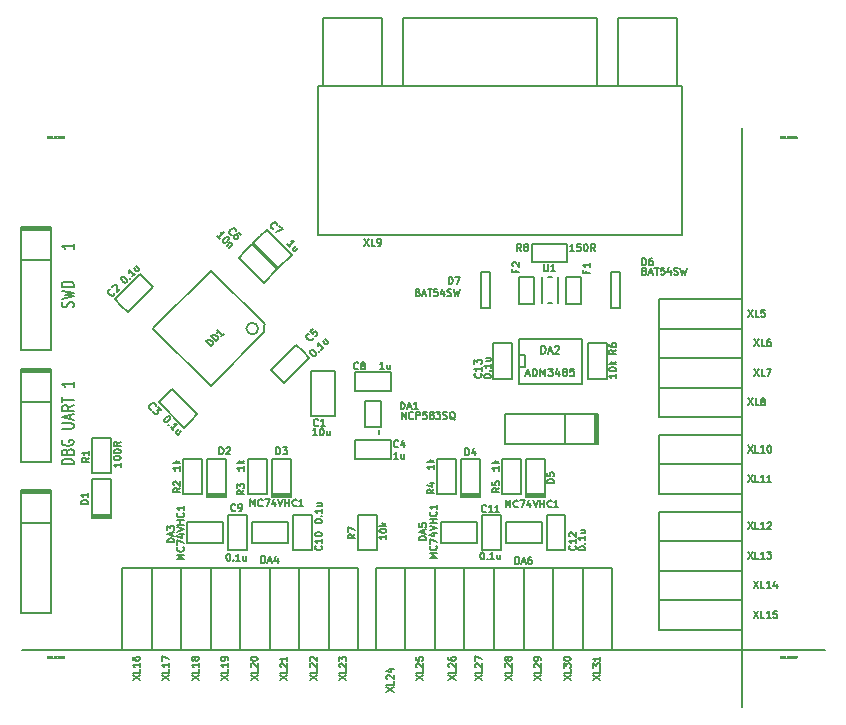
<source format=gto>
G04 (created by PCBNEW (2013-07-07 BZR 4022)-stable) date 06/12/2014 15:19:56*
%MOIN*%
G04 Gerber Fmt 3.4, Leading zero omitted, Abs format*
%FSLAX34Y34*%
G01*
G70*
G90*
G04 APERTURE LIST*
%ADD10C,0.00590551*%
%ADD11C,0.00787402*%
%ADD12C,0.005*%
%ADD13C,0.0079*%
%ADD14C,0.0059*%
%ADD15C,0.0001*%
G04 APERTURE END LIST*
G54D10*
X44253Y-28923D02*
X43860Y-28923D01*
X43860Y-28848D01*
X43878Y-28803D01*
X43916Y-28773D01*
X43953Y-28758D01*
X44028Y-28743D01*
X44085Y-28743D01*
X44160Y-28758D01*
X44197Y-28773D01*
X44235Y-28803D01*
X44253Y-28848D01*
X44253Y-28923D01*
X44047Y-28503D02*
X44066Y-28458D01*
X44085Y-28443D01*
X44122Y-28428D01*
X44178Y-28428D01*
X44216Y-28443D01*
X44235Y-28458D01*
X44253Y-28488D01*
X44253Y-28608D01*
X43860Y-28608D01*
X43860Y-28503D01*
X43878Y-28473D01*
X43897Y-28458D01*
X43935Y-28443D01*
X43972Y-28443D01*
X44010Y-28458D01*
X44028Y-28473D01*
X44047Y-28503D01*
X44047Y-28608D01*
X43878Y-28128D02*
X43860Y-28158D01*
X43860Y-28203D01*
X43878Y-28248D01*
X43916Y-28278D01*
X43953Y-28293D01*
X44028Y-28308D01*
X44085Y-28308D01*
X44160Y-28293D01*
X44197Y-28278D01*
X44235Y-28248D01*
X44253Y-28203D01*
X44253Y-28173D01*
X44235Y-28128D01*
X44216Y-28113D01*
X44085Y-28113D01*
X44085Y-28173D01*
X43860Y-27739D02*
X44178Y-27739D01*
X44216Y-27724D01*
X44235Y-27709D01*
X44253Y-27679D01*
X44253Y-27619D01*
X44235Y-27589D01*
X44216Y-27574D01*
X44178Y-27559D01*
X43860Y-27559D01*
X44141Y-27424D02*
X44141Y-27274D01*
X44253Y-27454D02*
X43860Y-27349D01*
X44253Y-27244D01*
X44253Y-26959D02*
X44066Y-27064D01*
X44253Y-27139D02*
X43860Y-27139D01*
X43860Y-27019D01*
X43878Y-26989D01*
X43897Y-26974D01*
X43935Y-26959D01*
X43991Y-26959D01*
X44028Y-26974D01*
X44047Y-26989D01*
X44066Y-27019D01*
X44066Y-27139D01*
X43860Y-26869D02*
X43860Y-26689D01*
X44253Y-26779D02*
X43860Y-26779D01*
X44253Y-26179D02*
X44253Y-26359D01*
X44253Y-26269D02*
X43860Y-26269D01*
X43916Y-26299D01*
X43953Y-26329D01*
X43972Y-26359D01*
X44235Y-23695D02*
X44253Y-23650D01*
X44253Y-23575D01*
X44235Y-23545D01*
X44216Y-23530D01*
X44178Y-23515D01*
X44141Y-23515D01*
X44103Y-23530D01*
X44085Y-23545D01*
X44066Y-23575D01*
X44047Y-23635D01*
X44028Y-23665D01*
X44010Y-23680D01*
X43972Y-23695D01*
X43935Y-23695D01*
X43897Y-23680D01*
X43878Y-23665D01*
X43860Y-23635D01*
X43860Y-23560D01*
X43878Y-23515D01*
X43860Y-23410D02*
X44253Y-23335D01*
X43972Y-23275D01*
X44253Y-23215D01*
X43860Y-23140D01*
X44253Y-23020D02*
X43860Y-23020D01*
X43860Y-22945D01*
X43878Y-22900D01*
X43916Y-22870D01*
X43953Y-22855D01*
X44028Y-22840D01*
X44085Y-22840D01*
X44160Y-22855D01*
X44197Y-22870D01*
X44235Y-22900D01*
X44253Y-22945D01*
X44253Y-23020D01*
X44253Y-21580D02*
X44253Y-21760D01*
X44253Y-21670D02*
X43860Y-21670D01*
X43916Y-21700D01*
X43953Y-21730D01*
X43972Y-21760D01*
G54D11*
X69291Y-35137D02*
X42519Y-35137D01*
X66535Y-17716D02*
X66535Y-37007D01*
G54D12*
X58651Y-31550D02*
X58651Y-30850D01*
X58651Y-30850D02*
X59851Y-30850D01*
X59851Y-30850D02*
X59851Y-31550D01*
X59851Y-31550D02*
X58651Y-31550D01*
X56486Y-31550D02*
X56486Y-30850D01*
X56486Y-30850D02*
X57686Y-30850D01*
X57686Y-30850D02*
X57686Y-31550D01*
X57686Y-31550D02*
X56486Y-31550D01*
X50187Y-31550D02*
X50187Y-30850D01*
X50187Y-30850D02*
X51387Y-30850D01*
X51387Y-30850D02*
X51387Y-31550D01*
X51387Y-31550D02*
X50187Y-31550D01*
X48022Y-31550D02*
X48022Y-30850D01*
X48022Y-30850D02*
X49222Y-30850D01*
X49222Y-30850D02*
X49222Y-31550D01*
X49222Y-31550D02*
X48022Y-31550D01*
X59087Y-26192D02*
X59087Y-26242D01*
X59087Y-26242D02*
X61187Y-26242D01*
X61187Y-24742D02*
X59087Y-24742D01*
X59087Y-24742D02*
X59087Y-26192D01*
X59087Y-25292D02*
X59287Y-25292D01*
X59287Y-25292D02*
X59287Y-25692D01*
X59287Y-25692D02*
X59087Y-25692D01*
X61187Y-24742D02*
X61187Y-26242D01*
X61175Y-22679D02*
X61175Y-23579D01*
X61175Y-23579D02*
X60675Y-23579D01*
X60675Y-23579D02*
X60675Y-22679D01*
X60675Y-22679D02*
X61175Y-22679D01*
X59600Y-22679D02*
X59600Y-23579D01*
X59600Y-23579D02*
X59100Y-23579D01*
X59100Y-23579D02*
X59100Y-22679D01*
X59100Y-22679D02*
X59600Y-22679D01*
G54D13*
X54429Y-27775D02*
X54429Y-27913D01*
X54429Y-27913D02*
X54468Y-27873D01*
X54488Y-27263D02*
X54488Y-27696D01*
X54488Y-27696D02*
X53976Y-27696D01*
X53976Y-27696D02*
X53976Y-26830D01*
X53976Y-26830D02*
X54488Y-26830D01*
X54488Y-26830D02*
X54488Y-27263D01*
G54D10*
X45177Y-29232D02*
X44862Y-29232D01*
X44862Y-29232D02*
X44862Y-28051D01*
X44862Y-28051D02*
X45492Y-28051D01*
X45492Y-28051D02*
X45492Y-29232D01*
X45492Y-29232D02*
X45177Y-29232D01*
X50393Y-29921D02*
X50078Y-29921D01*
X50078Y-29921D02*
X50078Y-28740D01*
X50078Y-28740D02*
X50708Y-28740D01*
X50708Y-28740D02*
X50708Y-29921D01*
X50708Y-29921D02*
X50393Y-29921D01*
X48228Y-29921D02*
X47913Y-29921D01*
X47913Y-29921D02*
X47913Y-28740D01*
X47913Y-28740D02*
X48543Y-28740D01*
X48543Y-28740D02*
X48543Y-29921D01*
X48543Y-29921D02*
X48228Y-29921D01*
G54D12*
X46912Y-24395D02*
X48833Y-22474D01*
X48833Y-22474D02*
X50628Y-24270D01*
X50614Y-24284D02*
X50614Y-24534D01*
X50614Y-24534D02*
X48818Y-26329D01*
X48818Y-26329D02*
X46911Y-24422D01*
X50407Y-24409D02*
G75*
G03X50407Y-24409I-196J0D01*
G74*
G01*
G54D10*
X45492Y-30610D02*
X45492Y-30669D01*
X45492Y-30669D02*
X44862Y-30669D01*
X44862Y-30669D02*
X44862Y-30610D01*
X44862Y-30610D02*
X44862Y-30708D01*
X44862Y-30708D02*
X45492Y-30708D01*
X45492Y-30708D02*
X45492Y-30669D01*
X45177Y-29429D02*
X45492Y-29429D01*
X45492Y-29429D02*
X45492Y-30610D01*
X45492Y-30610D02*
X44862Y-30610D01*
X44862Y-30610D02*
X44862Y-29429D01*
X44862Y-29429D02*
X45216Y-29429D01*
G54D14*
X60413Y-23562D02*
X60413Y-22696D01*
X60078Y-22696D02*
X60196Y-22696D01*
X59861Y-23562D02*
X59861Y-22696D01*
X60078Y-23562D02*
X60196Y-23562D01*
G54D11*
X42511Y-21129D02*
X42511Y-21029D01*
X42511Y-21029D02*
X43511Y-21029D01*
X43511Y-21029D02*
X43511Y-21129D01*
X43511Y-21129D02*
X43511Y-21079D01*
X43511Y-21079D02*
X42511Y-21079D01*
X43511Y-22129D02*
X42511Y-22129D01*
X43511Y-21129D02*
X43511Y-25129D01*
X43511Y-25129D02*
X42511Y-25129D01*
X42511Y-25129D02*
X42511Y-21129D01*
X42511Y-21129D02*
X43511Y-21129D01*
X42511Y-29889D02*
X42511Y-29789D01*
X42511Y-29789D02*
X43511Y-29789D01*
X43511Y-29789D02*
X43511Y-29889D01*
X43511Y-29889D02*
X43511Y-29839D01*
X43511Y-29839D02*
X42511Y-29839D01*
X43511Y-30889D02*
X42511Y-30889D01*
X43511Y-29889D02*
X43511Y-33889D01*
X43511Y-33889D02*
X42511Y-33889D01*
X42511Y-33889D02*
X42511Y-29889D01*
X42511Y-29889D02*
X43511Y-29889D01*
X61687Y-27255D02*
X61637Y-27255D01*
X61637Y-28255D02*
X61737Y-28255D01*
X61737Y-28255D02*
X61737Y-27255D01*
X61737Y-27255D02*
X61687Y-27255D01*
X61687Y-27255D02*
X61687Y-28205D01*
X58637Y-27255D02*
X61637Y-27255D01*
X61637Y-28255D02*
X58637Y-28255D01*
X60637Y-28255D02*
X60637Y-27255D01*
X58637Y-28255D02*
X58637Y-27255D01*
X61637Y-27255D02*
X61637Y-28255D01*
X42511Y-25812D02*
X42511Y-25862D01*
X43511Y-25862D02*
X43511Y-25762D01*
X43511Y-25762D02*
X42511Y-25762D01*
X42511Y-25762D02*
X42511Y-25812D01*
X42511Y-25812D02*
X43461Y-25812D01*
X42511Y-28862D02*
X42511Y-25862D01*
X43511Y-25862D02*
X43511Y-28862D01*
X43511Y-26862D02*
X42511Y-26862D01*
X43511Y-28862D02*
X42511Y-28862D01*
X42511Y-25862D02*
X43511Y-25862D01*
G54D10*
X52952Y-25826D02*
X52952Y-27322D01*
X52952Y-27322D02*
X52165Y-27322D01*
X52165Y-27322D02*
X52165Y-25826D01*
X52165Y-25826D02*
X52952Y-25826D01*
X49976Y-21826D02*
X50198Y-21603D01*
X50198Y-21603D02*
X51033Y-22438D01*
X51033Y-22438D02*
X50588Y-22884D01*
X50588Y-22884D02*
X49753Y-22049D01*
X49753Y-22049D02*
X49976Y-21826D01*
X54822Y-28444D02*
X54822Y-28759D01*
X54822Y-28759D02*
X53641Y-28759D01*
X53641Y-28759D02*
X53641Y-28129D01*
X53641Y-28129D02*
X54822Y-28129D01*
X54822Y-28129D02*
X54822Y-28444D01*
X45842Y-23645D02*
X45619Y-23423D01*
X45619Y-23423D02*
X46454Y-22588D01*
X46454Y-22588D02*
X46900Y-23033D01*
X46900Y-23033D02*
X46064Y-23868D01*
X46064Y-23868D02*
X45842Y-23645D01*
X60334Y-31791D02*
X60019Y-31791D01*
X60019Y-31791D02*
X60019Y-30610D01*
X60019Y-30610D02*
X60649Y-30610D01*
X60649Y-30610D02*
X60649Y-31791D01*
X60649Y-31791D02*
X60334Y-31791D01*
X51893Y-25172D02*
X52116Y-25395D01*
X52116Y-25395D02*
X51281Y-26230D01*
X51281Y-26230D02*
X50836Y-25785D01*
X50836Y-25785D02*
X51671Y-24950D01*
X51671Y-24950D02*
X51893Y-25172D01*
X58169Y-31791D02*
X57854Y-31791D01*
X57854Y-31791D02*
X57854Y-30610D01*
X57854Y-30610D02*
X58484Y-30610D01*
X58484Y-30610D02*
X58484Y-31791D01*
X58484Y-31791D02*
X58169Y-31791D01*
X50468Y-21334D02*
X50690Y-21111D01*
X50690Y-21111D02*
X51526Y-21946D01*
X51526Y-21946D02*
X51080Y-22392D01*
X51080Y-22392D02*
X50245Y-21557D01*
X50245Y-21557D02*
X50468Y-21334D01*
X51870Y-31791D02*
X51555Y-31791D01*
X51555Y-31791D02*
X51555Y-30610D01*
X51555Y-30610D02*
X52185Y-30610D01*
X52185Y-30610D02*
X52185Y-31791D01*
X52185Y-31791D02*
X51870Y-31791D01*
X58562Y-24901D02*
X58877Y-24901D01*
X58877Y-24901D02*
X58877Y-26082D01*
X58877Y-26082D02*
X58248Y-26082D01*
X58248Y-26082D02*
X58248Y-24901D01*
X58248Y-24901D02*
X58562Y-24901D01*
X49704Y-31791D02*
X49389Y-31791D01*
X49389Y-31791D02*
X49389Y-30610D01*
X49389Y-30610D02*
X50019Y-30610D01*
X50019Y-30610D02*
X50019Y-31791D01*
X50019Y-31791D02*
X49704Y-31791D01*
X48153Y-27484D02*
X47931Y-27707D01*
X47931Y-27707D02*
X47095Y-26872D01*
X47095Y-26872D02*
X47541Y-26426D01*
X47541Y-26426D02*
X48376Y-27261D01*
X48376Y-27261D02*
X48153Y-27484D01*
X53641Y-26181D02*
X53641Y-25866D01*
X53641Y-25866D02*
X54822Y-25866D01*
X54822Y-25866D02*
X54822Y-26496D01*
X54822Y-26496D02*
X53641Y-26496D01*
X53641Y-26496D02*
X53641Y-26181D01*
X56692Y-29921D02*
X56377Y-29921D01*
X56377Y-29921D02*
X56377Y-28740D01*
X56377Y-28740D02*
X57007Y-28740D01*
X57007Y-28740D02*
X57007Y-29921D01*
X57007Y-29921D02*
X56692Y-29921D01*
X58858Y-29921D02*
X58543Y-29921D01*
X58543Y-29921D02*
X58543Y-28740D01*
X58543Y-28740D02*
X59173Y-28740D01*
X59173Y-28740D02*
X59173Y-29921D01*
X59173Y-29921D02*
X58858Y-29921D01*
X61712Y-26082D02*
X61397Y-26082D01*
X61397Y-26082D02*
X61397Y-24901D01*
X61397Y-24901D02*
X62027Y-24901D01*
X62027Y-24901D02*
X62027Y-26082D01*
X62027Y-26082D02*
X61712Y-26082D01*
X54035Y-31791D02*
X53720Y-31791D01*
X53720Y-31791D02*
X53720Y-30610D01*
X53720Y-30610D02*
X54350Y-30610D01*
X54350Y-30610D02*
X54350Y-31791D01*
X54350Y-31791D02*
X54035Y-31791D01*
X57795Y-29921D02*
X57795Y-29980D01*
X57795Y-29980D02*
X57165Y-29980D01*
X57165Y-29980D02*
X57165Y-29921D01*
X57165Y-29921D02*
X57165Y-30019D01*
X57165Y-30019D02*
X57795Y-30019D01*
X57795Y-30019D02*
X57795Y-29980D01*
X57480Y-28740D02*
X57795Y-28740D01*
X57795Y-28740D02*
X57795Y-29921D01*
X57795Y-29921D02*
X57165Y-29921D01*
X57165Y-29921D02*
X57165Y-28740D01*
X57165Y-28740D02*
X57519Y-28740D01*
X59960Y-29921D02*
X59960Y-29980D01*
X59960Y-29980D02*
X59330Y-29980D01*
X59330Y-29980D02*
X59330Y-29921D01*
X59330Y-29921D02*
X59330Y-30019D01*
X59330Y-30019D02*
X59960Y-30019D01*
X59960Y-30019D02*
X59960Y-29980D01*
X59645Y-28740D02*
X59960Y-28740D01*
X59960Y-28740D02*
X59960Y-29921D01*
X59960Y-29921D02*
X59330Y-29921D01*
X59330Y-29921D02*
X59330Y-28740D01*
X59330Y-28740D02*
X59685Y-28740D01*
G54D12*
X52558Y-16338D02*
X52558Y-14054D01*
X52558Y-14054D02*
X54527Y-14054D01*
X54527Y-14054D02*
X54527Y-16338D01*
X64370Y-16338D02*
X64370Y-14054D01*
X64370Y-14054D02*
X62401Y-14054D01*
X62401Y-14054D02*
X62401Y-16338D01*
X61692Y-16338D02*
X61692Y-14054D01*
X61692Y-14054D02*
X55236Y-14054D01*
X55236Y-14054D02*
X55236Y-16338D01*
X52401Y-20078D02*
X52401Y-16338D01*
X52401Y-16338D02*
X64527Y-16338D01*
X64527Y-16338D02*
X64527Y-20078D01*
X64527Y-20078D02*
X64527Y-21298D01*
X64527Y-21298D02*
X52401Y-21298D01*
X52401Y-21298D02*
X52401Y-20078D01*
G54D10*
X49330Y-29921D02*
X49330Y-29980D01*
X49330Y-29980D02*
X48700Y-29980D01*
X48700Y-29980D02*
X48700Y-29921D01*
X48700Y-29921D02*
X48700Y-30019D01*
X48700Y-30019D02*
X49330Y-30019D01*
X49330Y-30019D02*
X49330Y-29980D01*
X49015Y-28740D02*
X49330Y-28740D01*
X49330Y-28740D02*
X49330Y-29921D01*
X49330Y-29921D02*
X48700Y-29921D01*
X48700Y-29921D02*
X48700Y-28740D01*
X48700Y-28740D02*
X49055Y-28740D01*
X51496Y-29921D02*
X51496Y-29980D01*
X51496Y-29980D02*
X50866Y-29980D01*
X50866Y-29980D02*
X50866Y-29921D01*
X50866Y-29921D02*
X50866Y-30019D01*
X50866Y-30019D02*
X51496Y-30019D01*
X51496Y-30019D02*
X51496Y-29980D01*
X51181Y-28740D02*
X51496Y-28740D01*
X51496Y-28740D02*
X51496Y-29921D01*
X51496Y-29921D02*
X50866Y-29921D01*
X50866Y-29921D02*
X50866Y-28740D01*
X50866Y-28740D02*
X51220Y-28740D01*
G54D12*
X62453Y-22529D02*
X62453Y-23729D01*
X62453Y-23729D02*
X62153Y-23729D01*
X62153Y-23729D02*
X62153Y-22529D01*
X62153Y-22529D02*
X62453Y-22529D01*
X57822Y-23729D02*
X57822Y-22529D01*
X57822Y-22529D02*
X58122Y-22529D01*
X58122Y-22529D02*
X58122Y-23729D01*
X58122Y-23729D02*
X57822Y-23729D01*
G54D10*
X60708Y-21889D02*
X60708Y-22204D01*
X60708Y-22204D02*
X59527Y-22204D01*
X59527Y-22204D02*
X59527Y-21574D01*
X59527Y-21574D02*
X60708Y-21574D01*
X60708Y-21574D02*
X60708Y-21889D01*
X46850Y-33759D02*
X46850Y-35137D01*
X46850Y-35137D02*
X45866Y-35137D01*
X45866Y-35137D02*
X45866Y-32381D01*
X45866Y-32381D02*
X46850Y-32381D01*
X46850Y-32381D02*
X46850Y-33759D01*
X47834Y-33759D02*
X47834Y-35137D01*
X47834Y-35137D02*
X46850Y-35137D01*
X46850Y-35137D02*
X46850Y-32381D01*
X46850Y-32381D02*
X47834Y-32381D01*
X47834Y-32381D02*
X47834Y-33759D01*
X48818Y-33759D02*
X48818Y-35137D01*
X48818Y-35137D02*
X47834Y-35137D01*
X47834Y-35137D02*
X47834Y-32381D01*
X47834Y-32381D02*
X48818Y-32381D01*
X48818Y-32381D02*
X48818Y-33759D01*
X49803Y-33759D02*
X49803Y-35137D01*
X49803Y-35137D02*
X48818Y-35137D01*
X48818Y-35137D02*
X48818Y-32381D01*
X48818Y-32381D02*
X49803Y-32381D01*
X49803Y-32381D02*
X49803Y-33759D01*
X50787Y-33759D02*
X50787Y-35137D01*
X50787Y-35137D02*
X49803Y-35137D01*
X49803Y-35137D02*
X49803Y-32381D01*
X49803Y-32381D02*
X50787Y-32381D01*
X50787Y-32381D02*
X50787Y-33759D01*
X51771Y-33759D02*
X51771Y-35137D01*
X51771Y-35137D02*
X50787Y-35137D01*
X50787Y-35137D02*
X50787Y-32381D01*
X50787Y-32381D02*
X51771Y-32381D01*
X51771Y-32381D02*
X51771Y-33759D01*
X52755Y-33759D02*
X52755Y-35137D01*
X52755Y-35137D02*
X51771Y-35137D01*
X51771Y-35137D02*
X51771Y-32381D01*
X51771Y-32381D02*
X52755Y-32381D01*
X52755Y-32381D02*
X52755Y-33759D01*
X53740Y-33759D02*
X53740Y-35137D01*
X53740Y-35137D02*
X52755Y-35137D01*
X52755Y-35137D02*
X52755Y-32381D01*
X52755Y-32381D02*
X53740Y-32381D01*
X53740Y-32381D02*
X53740Y-33759D01*
X56299Y-33759D02*
X56299Y-35137D01*
X56299Y-35137D02*
X55314Y-35137D01*
X55314Y-35137D02*
X55314Y-32381D01*
X55314Y-32381D02*
X56299Y-32381D01*
X56299Y-32381D02*
X56299Y-33759D01*
X65157Y-31496D02*
X66535Y-31496D01*
X66535Y-31496D02*
X66535Y-32480D01*
X66535Y-32480D02*
X63779Y-32480D01*
X63779Y-32480D02*
X63779Y-31496D01*
X63779Y-31496D02*
X65157Y-31496D01*
X65157Y-26377D02*
X66535Y-26377D01*
X66535Y-26377D02*
X66535Y-27362D01*
X66535Y-27362D02*
X63779Y-27362D01*
X63779Y-27362D02*
X63779Y-26377D01*
X63779Y-26377D02*
X65157Y-26377D01*
X65157Y-25393D02*
X66535Y-25393D01*
X66535Y-25393D02*
X66535Y-26377D01*
X66535Y-26377D02*
X63779Y-26377D01*
X63779Y-26377D02*
X63779Y-25393D01*
X63779Y-25393D02*
X65157Y-25393D01*
X65157Y-24409D02*
X66535Y-24409D01*
X66535Y-24409D02*
X66535Y-25393D01*
X66535Y-25393D02*
X63779Y-25393D01*
X63779Y-25393D02*
X63779Y-24409D01*
X63779Y-24409D02*
X65157Y-24409D01*
X65157Y-23425D02*
X66535Y-23425D01*
X66535Y-23425D02*
X66535Y-24409D01*
X66535Y-24409D02*
X63779Y-24409D01*
X63779Y-24409D02*
X63779Y-23425D01*
X63779Y-23425D02*
X65157Y-23425D01*
X65157Y-28937D02*
X66535Y-28937D01*
X66535Y-28937D02*
X66535Y-29921D01*
X66535Y-29921D02*
X63779Y-29921D01*
X63779Y-29921D02*
X63779Y-28937D01*
X63779Y-28937D02*
X65157Y-28937D01*
X65157Y-27952D02*
X66535Y-27952D01*
X66535Y-27952D02*
X66535Y-28937D01*
X66535Y-28937D02*
X63779Y-28937D01*
X63779Y-28937D02*
X63779Y-27952D01*
X63779Y-27952D02*
X65157Y-27952D01*
X65157Y-33464D02*
X66535Y-33464D01*
X66535Y-33464D02*
X66535Y-34448D01*
X66535Y-34448D02*
X63779Y-34448D01*
X63779Y-34448D02*
X63779Y-33464D01*
X63779Y-33464D02*
X65157Y-33464D01*
X65157Y-32480D02*
X66535Y-32480D01*
X66535Y-32480D02*
X66535Y-33464D01*
X66535Y-33464D02*
X63779Y-33464D01*
X63779Y-33464D02*
X63779Y-32480D01*
X63779Y-32480D02*
X65157Y-32480D01*
X55314Y-33759D02*
X55314Y-35137D01*
X55314Y-35137D02*
X54330Y-35137D01*
X54330Y-35137D02*
X54330Y-32381D01*
X54330Y-32381D02*
X55314Y-32381D01*
X55314Y-32381D02*
X55314Y-33759D01*
X65157Y-30511D02*
X66535Y-30511D01*
X66535Y-30511D02*
X66535Y-31496D01*
X66535Y-31496D02*
X63779Y-31496D01*
X63779Y-31496D02*
X63779Y-30511D01*
X63779Y-30511D02*
X65157Y-30511D01*
X62204Y-33759D02*
X62204Y-35137D01*
X62204Y-35137D02*
X61220Y-35137D01*
X61220Y-35137D02*
X61220Y-32381D01*
X61220Y-32381D02*
X62204Y-32381D01*
X62204Y-32381D02*
X62204Y-33759D01*
X61220Y-33759D02*
X61220Y-35137D01*
X61220Y-35137D02*
X60236Y-35137D01*
X60236Y-35137D02*
X60236Y-32381D01*
X60236Y-32381D02*
X61220Y-32381D01*
X61220Y-32381D02*
X61220Y-33759D01*
X60236Y-33759D02*
X60236Y-35137D01*
X60236Y-35137D02*
X59251Y-35137D01*
X59251Y-35137D02*
X59251Y-32381D01*
X59251Y-32381D02*
X60236Y-32381D01*
X60236Y-32381D02*
X60236Y-33759D01*
X59251Y-33759D02*
X59251Y-35137D01*
X59251Y-35137D02*
X58267Y-35137D01*
X58267Y-35137D02*
X58267Y-32381D01*
X58267Y-32381D02*
X59251Y-32381D01*
X59251Y-32381D02*
X59251Y-33759D01*
X58267Y-33759D02*
X58267Y-35137D01*
X58267Y-35137D02*
X57283Y-35137D01*
X57283Y-35137D02*
X57283Y-32381D01*
X57283Y-32381D02*
X58267Y-32381D01*
X58267Y-32381D02*
X58267Y-33759D01*
X57283Y-33759D02*
X57283Y-35137D01*
X57283Y-35137D02*
X56299Y-35137D01*
X56299Y-35137D02*
X56299Y-32381D01*
X56299Y-32381D02*
X57283Y-32381D01*
X57283Y-32381D02*
X57283Y-33759D01*
X58976Y-32260D02*
X58976Y-32024D01*
X59032Y-32024D01*
X59066Y-32035D01*
X59088Y-32058D01*
X59100Y-32080D01*
X59111Y-32125D01*
X59111Y-32159D01*
X59100Y-32204D01*
X59088Y-32227D01*
X59066Y-32249D01*
X59032Y-32260D01*
X58976Y-32260D01*
X59201Y-32193D02*
X59313Y-32193D01*
X59178Y-32260D02*
X59257Y-32024D01*
X59336Y-32260D01*
X59516Y-32024D02*
X59471Y-32024D01*
X59448Y-32035D01*
X59437Y-32047D01*
X59415Y-32080D01*
X59403Y-32125D01*
X59403Y-32215D01*
X59415Y-32238D01*
X59426Y-32249D01*
X59448Y-32260D01*
X59493Y-32260D01*
X59516Y-32249D01*
X59527Y-32238D01*
X59538Y-32215D01*
X59538Y-32159D01*
X59527Y-32137D01*
X59516Y-32125D01*
X59493Y-32114D01*
X59448Y-32114D01*
X59426Y-32125D01*
X59415Y-32137D01*
X59403Y-32159D01*
X58650Y-30371D02*
X58650Y-30134D01*
X58728Y-30303D01*
X58807Y-30134D01*
X58807Y-30371D01*
X59055Y-30348D02*
X59043Y-30359D01*
X59010Y-30371D01*
X58987Y-30371D01*
X58953Y-30359D01*
X58931Y-30337D01*
X58920Y-30314D01*
X58908Y-30269D01*
X58908Y-30236D01*
X58920Y-30191D01*
X58931Y-30168D01*
X58953Y-30146D01*
X58987Y-30134D01*
X59010Y-30134D01*
X59043Y-30146D01*
X59055Y-30157D01*
X59133Y-30134D02*
X59291Y-30134D01*
X59190Y-30371D01*
X59482Y-30213D02*
X59482Y-30371D01*
X59426Y-30123D02*
X59370Y-30292D01*
X59516Y-30292D01*
X59572Y-30134D02*
X59651Y-30371D01*
X59730Y-30134D01*
X59808Y-30371D02*
X59808Y-30134D01*
X59808Y-30247D02*
X59943Y-30247D01*
X59943Y-30371D02*
X59943Y-30134D01*
X60191Y-30348D02*
X60179Y-30359D01*
X60146Y-30371D01*
X60123Y-30371D01*
X60089Y-30359D01*
X60067Y-30337D01*
X60056Y-30314D01*
X60044Y-30269D01*
X60044Y-30236D01*
X60056Y-30191D01*
X60067Y-30168D01*
X60089Y-30146D01*
X60123Y-30134D01*
X60146Y-30134D01*
X60179Y-30146D01*
X60191Y-30157D01*
X60416Y-30371D02*
X60281Y-30371D01*
X60348Y-30371D02*
X60348Y-30134D01*
X60326Y-30168D01*
X60303Y-30191D01*
X60281Y-30202D01*
X56001Y-31456D02*
X55764Y-31456D01*
X55764Y-31400D01*
X55776Y-31366D01*
X55798Y-31344D01*
X55821Y-31332D01*
X55866Y-31321D01*
X55899Y-31321D01*
X55944Y-31332D01*
X55967Y-31344D01*
X55989Y-31366D01*
X56001Y-31400D01*
X56001Y-31456D01*
X55933Y-31231D02*
X55933Y-31119D01*
X56001Y-31254D02*
X55764Y-31175D01*
X56001Y-31096D01*
X55764Y-30905D02*
X55764Y-31017D01*
X55877Y-31029D01*
X55866Y-31017D01*
X55854Y-30995D01*
X55854Y-30939D01*
X55866Y-30916D01*
X55877Y-30905D01*
X55899Y-30894D01*
X55956Y-30894D01*
X55978Y-30905D01*
X55989Y-30916D01*
X56001Y-30939D01*
X56001Y-30995D01*
X55989Y-31017D01*
X55978Y-31029D01*
X56355Y-32058D02*
X56119Y-32058D01*
X56287Y-31979D01*
X56119Y-31901D01*
X56355Y-31901D01*
X56332Y-31653D02*
X56344Y-31664D01*
X56355Y-31698D01*
X56355Y-31721D01*
X56344Y-31754D01*
X56321Y-31777D01*
X56299Y-31788D01*
X56254Y-31799D01*
X56220Y-31799D01*
X56175Y-31788D01*
X56152Y-31777D01*
X56130Y-31754D01*
X56119Y-31721D01*
X56119Y-31698D01*
X56130Y-31664D01*
X56141Y-31653D01*
X56119Y-31574D02*
X56119Y-31417D01*
X56355Y-31518D01*
X56197Y-31226D02*
X56355Y-31226D01*
X56107Y-31282D02*
X56276Y-31338D01*
X56276Y-31192D01*
X56119Y-31136D02*
X56355Y-31057D01*
X56119Y-30978D01*
X56355Y-30899D02*
X56119Y-30899D01*
X56231Y-30899D02*
X56231Y-30764D01*
X56355Y-30764D02*
X56119Y-30764D01*
X56332Y-30517D02*
X56344Y-30528D01*
X56355Y-30562D01*
X56355Y-30584D01*
X56344Y-30618D01*
X56321Y-30641D01*
X56299Y-30652D01*
X56254Y-30663D01*
X56220Y-30663D01*
X56175Y-30652D01*
X56152Y-30641D01*
X56130Y-30618D01*
X56119Y-30584D01*
X56119Y-30562D01*
X56130Y-30528D01*
X56141Y-30517D01*
X56355Y-30292D02*
X56355Y-30427D01*
X56355Y-30359D02*
X56119Y-30359D01*
X56152Y-30382D01*
X56175Y-30404D01*
X56186Y-30427D01*
X50511Y-32221D02*
X50511Y-31985D01*
X50568Y-31985D01*
X50601Y-31996D01*
X50624Y-32019D01*
X50635Y-32041D01*
X50646Y-32086D01*
X50646Y-32120D01*
X50635Y-32165D01*
X50624Y-32187D01*
X50601Y-32210D01*
X50568Y-32221D01*
X50511Y-32221D01*
X50736Y-32154D02*
X50849Y-32154D01*
X50714Y-32221D02*
X50793Y-31985D01*
X50871Y-32221D01*
X51051Y-32064D02*
X51051Y-32221D01*
X50995Y-31974D02*
X50939Y-32142D01*
X51085Y-32142D01*
X50146Y-30331D02*
X50146Y-30095D01*
X50224Y-30264D01*
X50303Y-30095D01*
X50303Y-30331D01*
X50551Y-30309D02*
X50539Y-30320D01*
X50506Y-30331D01*
X50483Y-30331D01*
X50449Y-30320D01*
X50427Y-30298D01*
X50416Y-30275D01*
X50404Y-30230D01*
X50404Y-30196D01*
X50416Y-30151D01*
X50427Y-30129D01*
X50449Y-30106D01*
X50483Y-30095D01*
X50506Y-30095D01*
X50539Y-30106D01*
X50551Y-30118D01*
X50629Y-30095D02*
X50787Y-30095D01*
X50686Y-30331D01*
X50978Y-30174D02*
X50978Y-30331D01*
X50922Y-30084D02*
X50866Y-30253D01*
X51012Y-30253D01*
X51068Y-30095D02*
X51147Y-30331D01*
X51226Y-30095D01*
X51304Y-30331D02*
X51304Y-30095D01*
X51304Y-30208D02*
X51439Y-30208D01*
X51439Y-30331D02*
X51439Y-30095D01*
X51687Y-30309D02*
X51676Y-30320D01*
X51642Y-30331D01*
X51619Y-30331D01*
X51586Y-30320D01*
X51563Y-30298D01*
X51552Y-30275D01*
X51541Y-30230D01*
X51541Y-30196D01*
X51552Y-30151D01*
X51563Y-30129D01*
X51586Y-30106D01*
X51619Y-30095D01*
X51642Y-30095D01*
X51676Y-30106D01*
X51687Y-30118D01*
X51912Y-30331D02*
X51777Y-30331D01*
X51844Y-30331D02*
X51844Y-30095D01*
X51822Y-30129D01*
X51799Y-30151D01*
X51777Y-30163D01*
X47615Y-31535D02*
X47379Y-31535D01*
X47379Y-31479D01*
X47390Y-31445D01*
X47412Y-31422D01*
X47435Y-31411D01*
X47480Y-31400D01*
X47514Y-31400D01*
X47559Y-31411D01*
X47581Y-31422D01*
X47604Y-31445D01*
X47615Y-31479D01*
X47615Y-31535D01*
X47547Y-31310D02*
X47547Y-31197D01*
X47615Y-31332D02*
X47379Y-31254D01*
X47615Y-31175D01*
X47379Y-31119D02*
X47379Y-30973D01*
X47469Y-31051D01*
X47469Y-31017D01*
X47480Y-30995D01*
X47491Y-30984D01*
X47514Y-30973D01*
X47570Y-30973D01*
X47592Y-30984D01*
X47604Y-30995D01*
X47615Y-31017D01*
X47615Y-31085D01*
X47604Y-31107D01*
X47592Y-31119D01*
X47930Y-32097D02*
X47694Y-32097D01*
X47862Y-32019D01*
X47694Y-31940D01*
X47930Y-31940D01*
X47907Y-31692D02*
X47919Y-31704D01*
X47930Y-31737D01*
X47930Y-31760D01*
X47919Y-31794D01*
X47896Y-31816D01*
X47874Y-31827D01*
X47829Y-31839D01*
X47795Y-31839D01*
X47750Y-31827D01*
X47727Y-31816D01*
X47705Y-31794D01*
X47694Y-31760D01*
X47694Y-31737D01*
X47705Y-31704D01*
X47716Y-31692D01*
X47694Y-31614D02*
X47694Y-31456D01*
X47930Y-31557D01*
X47772Y-31265D02*
X47930Y-31265D01*
X47682Y-31321D02*
X47851Y-31377D01*
X47851Y-31231D01*
X47694Y-31175D02*
X47930Y-31096D01*
X47694Y-31017D01*
X47930Y-30939D02*
X47694Y-30939D01*
X47806Y-30939D02*
X47806Y-30804D01*
X47930Y-30804D02*
X47694Y-30804D01*
X47907Y-30556D02*
X47919Y-30568D01*
X47930Y-30601D01*
X47930Y-30624D01*
X47919Y-30658D01*
X47896Y-30680D01*
X47874Y-30691D01*
X47829Y-30703D01*
X47795Y-30703D01*
X47750Y-30691D01*
X47727Y-30680D01*
X47705Y-30658D01*
X47694Y-30624D01*
X47694Y-30601D01*
X47705Y-30568D01*
X47716Y-30556D01*
X47930Y-30331D02*
X47930Y-30466D01*
X47930Y-30399D02*
X47694Y-30399D01*
X47727Y-30421D01*
X47750Y-30444D01*
X47761Y-30466D01*
G54D14*
X59846Y-25243D02*
X59846Y-24993D01*
X59905Y-24993D01*
X59941Y-25005D01*
X59965Y-25029D01*
X59977Y-25052D01*
X59988Y-25100D01*
X59988Y-25136D01*
X59977Y-25183D01*
X59965Y-25207D01*
X59941Y-25231D01*
X59905Y-25243D01*
X59846Y-25243D01*
X60084Y-25171D02*
X60203Y-25171D01*
X60060Y-25243D02*
X60143Y-24993D01*
X60227Y-25243D01*
X60298Y-25017D02*
X60310Y-25005D01*
X60334Y-24993D01*
X60393Y-24993D01*
X60417Y-25005D01*
X60429Y-25017D01*
X60441Y-25040D01*
X60441Y-25064D01*
X60429Y-25100D01*
X60286Y-25243D01*
X60441Y-25243D01*
X59334Y-25921D02*
X59453Y-25921D01*
X59310Y-25993D02*
X59393Y-25743D01*
X59477Y-25993D01*
X59560Y-25993D02*
X59560Y-25743D01*
X59619Y-25743D01*
X59655Y-25755D01*
X59679Y-25779D01*
X59691Y-25802D01*
X59703Y-25850D01*
X59703Y-25886D01*
X59691Y-25933D01*
X59679Y-25957D01*
X59655Y-25981D01*
X59619Y-25993D01*
X59560Y-25993D01*
X59810Y-25993D02*
X59810Y-25743D01*
X59893Y-25921D01*
X59977Y-25743D01*
X59977Y-25993D01*
X60072Y-25743D02*
X60227Y-25743D01*
X60143Y-25838D01*
X60179Y-25838D01*
X60203Y-25850D01*
X60215Y-25862D01*
X60227Y-25886D01*
X60227Y-25945D01*
X60215Y-25969D01*
X60203Y-25981D01*
X60179Y-25993D01*
X60108Y-25993D01*
X60084Y-25981D01*
X60072Y-25969D01*
X60441Y-25826D02*
X60441Y-25993D01*
X60381Y-25731D02*
X60322Y-25909D01*
X60477Y-25909D01*
X60608Y-25850D02*
X60584Y-25838D01*
X60572Y-25826D01*
X60560Y-25802D01*
X60560Y-25790D01*
X60572Y-25767D01*
X60584Y-25755D01*
X60608Y-25743D01*
X60655Y-25743D01*
X60679Y-25755D01*
X60691Y-25767D01*
X60703Y-25790D01*
X60703Y-25802D01*
X60691Y-25826D01*
X60679Y-25838D01*
X60655Y-25850D01*
X60608Y-25850D01*
X60584Y-25862D01*
X60572Y-25874D01*
X60560Y-25898D01*
X60560Y-25945D01*
X60572Y-25969D01*
X60584Y-25981D01*
X60608Y-25993D01*
X60655Y-25993D01*
X60679Y-25981D01*
X60691Y-25969D01*
X60703Y-25945D01*
X60703Y-25898D01*
X60691Y-25874D01*
X60679Y-25862D01*
X60655Y-25850D01*
X60929Y-25743D02*
X60810Y-25743D01*
X60798Y-25862D01*
X60810Y-25850D01*
X60834Y-25838D01*
X60893Y-25838D01*
X60917Y-25850D01*
X60929Y-25862D01*
X60941Y-25886D01*
X60941Y-25945D01*
X60929Y-25969D01*
X60917Y-25981D01*
X60893Y-25993D01*
X60834Y-25993D01*
X60810Y-25981D01*
X60798Y-25969D01*
G54D10*
X61349Y-22480D02*
X61349Y-22559D01*
X61473Y-22559D02*
X61237Y-22559D01*
X61237Y-22446D01*
X61473Y-22232D02*
X61473Y-22367D01*
X61473Y-22300D02*
X61237Y-22300D01*
X61271Y-22322D01*
X61293Y-22345D01*
X61304Y-22367D01*
X58987Y-22440D02*
X58987Y-22519D01*
X59111Y-22519D02*
X58875Y-22519D01*
X58875Y-22407D01*
X58897Y-22328D02*
X58886Y-22317D01*
X58875Y-22294D01*
X58875Y-22238D01*
X58886Y-22215D01*
X58897Y-22204D01*
X58920Y-22193D01*
X58942Y-22193D01*
X58976Y-22204D01*
X59111Y-22339D01*
X59111Y-22193D01*
G54D14*
X55157Y-27103D02*
X55157Y-26867D01*
X55213Y-26867D01*
X55247Y-26878D01*
X55270Y-26901D01*
X55281Y-26923D01*
X55292Y-26968D01*
X55292Y-27002D01*
X55281Y-27047D01*
X55270Y-27069D01*
X55247Y-27092D01*
X55213Y-27103D01*
X55157Y-27103D01*
X55382Y-27035D02*
X55494Y-27035D01*
X55360Y-27103D02*
X55438Y-26867D01*
X55517Y-27103D01*
X55719Y-27103D02*
X55584Y-27103D01*
X55652Y-27103D02*
X55652Y-26867D01*
X55629Y-26901D01*
X55607Y-26923D01*
X55584Y-26934D01*
X55186Y-27418D02*
X55186Y-27182D01*
X55321Y-27418D01*
X55321Y-27182D01*
X55568Y-27395D02*
X55557Y-27407D01*
X55523Y-27418D01*
X55501Y-27418D01*
X55467Y-27407D01*
X55444Y-27384D01*
X55433Y-27362D01*
X55422Y-27317D01*
X55422Y-27283D01*
X55433Y-27238D01*
X55444Y-27216D01*
X55467Y-27193D01*
X55501Y-27182D01*
X55523Y-27182D01*
X55557Y-27193D01*
X55568Y-27204D01*
X55669Y-27418D02*
X55669Y-27182D01*
X55759Y-27182D01*
X55782Y-27193D01*
X55793Y-27204D01*
X55804Y-27227D01*
X55804Y-27261D01*
X55793Y-27283D01*
X55782Y-27294D01*
X55759Y-27305D01*
X55669Y-27305D01*
X56018Y-27182D02*
X55905Y-27182D01*
X55894Y-27294D01*
X55905Y-27283D01*
X55928Y-27272D01*
X55984Y-27272D01*
X56006Y-27283D01*
X56018Y-27294D01*
X56029Y-27317D01*
X56029Y-27373D01*
X56018Y-27395D01*
X56006Y-27407D01*
X55984Y-27418D01*
X55928Y-27418D01*
X55905Y-27407D01*
X55894Y-27395D01*
X56164Y-27283D02*
X56141Y-27272D01*
X56130Y-27261D01*
X56119Y-27238D01*
X56119Y-27227D01*
X56130Y-27204D01*
X56141Y-27193D01*
X56164Y-27182D01*
X56209Y-27182D01*
X56231Y-27193D01*
X56242Y-27204D01*
X56254Y-27227D01*
X56254Y-27238D01*
X56242Y-27261D01*
X56231Y-27272D01*
X56209Y-27283D01*
X56164Y-27283D01*
X56141Y-27294D01*
X56130Y-27305D01*
X56119Y-27328D01*
X56119Y-27373D01*
X56130Y-27395D01*
X56141Y-27407D01*
X56164Y-27418D01*
X56209Y-27418D01*
X56231Y-27407D01*
X56242Y-27395D01*
X56254Y-27373D01*
X56254Y-27328D01*
X56242Y-27305D01*
X56231Y-27294D01*
X56209Y-27283D01*
X56332Y-27182D02*
X56478Y-27182D01*
X56400Y-27272D01*
X56433Y-27272D01*
X56456Y-27283D01*
X56467Y-27294D01*
X56478Y-27317D01*
X56478Y-27373D01*
X56467Y-27395D01*
X56456Y-27407D01*
X56433Y-27418D01*
X56366Y-27418D01*
X56343Y-27407D01*
X56332Y-27395D01*
X56568Y-27407D02*
X56602Y-27418D01*
X56658Y-27418D01*
X56681Y-27407D01*
X56692Y-27395D01*
X56703Y-27373D01*
X56703Y-27350D01*
X56692Y-27328D01*
X56681Y-27317D01*
X56658Y-27305D01*
X56613Y-27294D01*
X56591Y-27283D01*
X56579Y-27272D01*
X56568Y-27249D01*
X56568Y-27227D01*
X56579Y-27204D01*
X56591Y-27193D01*
X56613Y-27182D01*
X56669Y-27182D01*
X56703Y-27193D01*
X56962Y-27440D02*
X56939Y-27429D01*
X56917Y-27407D01*
X56883Y-27373D01*
X56860Y-27362D01*
X56838Y-27362D01*
X56849Y-27418D02*
X56827Y-27407D01*
X56804Y-27384D01*
X56793Y-27339D01*
X56793Y-27261D01*
X56804Y-27216D01*
X56827Y-27193D01*
X56849Y-27182D01*
X56894Y-27182D01*
X56917Y-27193D01*
X56939Y-27216D01*
X56950Y-27261D01*
X56950Y-27339D01*
X56939Y-27384D01*
X56917Y-27407D01*
X56894Y-27418D01*
X56849Y-27418D01*
G54D10*
X44772Y-28706D02*
X44660Y-28784D01*
X44772Y-28841D02*
X44536Y-28841D01*
X44536Y-28751D01*
X44547Y-28728D01*
X44559Y-28717D01*
X44581Y-28706D01*
X44615Y-28706D01*
X44637Y-28717D01*
X44649Y-28728D01*
X44660Y-28751D01*
X44660Y-28841D01*
X44772Y-28481D02*
X44772Y-28616D01*
X44772Y-28548D02*
X44536Y-28548D01*
X44570Y-28571D01*
X44592Y-28593D01*
X44604Y-28616D01*
X45823Y-28878D02*
X45823Y-29013D01*
X45823Y-28945D02*
X45587Y-28945D01*
X45621Y-28968D01*
X45643Y-28990D01*
X45655Y-29013D01*
X45587Y-28732D02*
X45587Y-28709D01*
X45598Y-28687D01*
X45610Y-28675D01*
X45632Y-28664D01*
X45677Y-28653D01*
X45733Y-28653D01*
X45778Y-28664D01*
X45801Y-28675D01*
X45812Y-28687D01*
X45823Y-28709D01*
X45823Y-28732D01*
X45812Y-28754D01*
X45801Y-28765D01*
X45778Y-28777D01*
X45733Y-28788D01*
X45677Y-28788D01*
X45632Y-28777D01*
X45610Y-28765D01*
X45598Y-28754D01*
X45587Y-28732D01*
X45587Y-28507D02*
X45587Y-28484D01*
X45598Y-28462D01*
X45610Y-28450D01*
X45632Y-28439D01*
X45677Y-28428D01*
X45733Y-28428D01*
X45778Y-28439D01*
X45801Y-28450D01*
X45812Y-28462D01*
X45823Y-28484D01*
X45823Y-28507D01*
X45812Y-28529D01*
X45801Y-28540D01*
X45778Y-28552D01*
X45733Y-28563D01*
X45677Y-28563D01*
X45632Y-28552D01*
X45610Y-28540D01*
X45598Y-28529D01*
X45587Y-28507D01*
X45823Y-28192D02*
X45711Y-28270D01*
X45823Y-28327D02*
X45587Y-28327D01*
X45587Y-28237D01*
X45598Y-28214D01*
X45610Y-28203D01*
X45632Y-28192D01*
X45666Y-28192D01*
X45688Y-28203D01*
X45700Y-28214D01*
X45711Y-28237D01*
X45711Y-28327D01*
X49938Y-29803D02*
X49825Y-29881D01*
X49938Y-29938D02*
X49701Y-29938D01*
X49701Y-29848D01*
X49713Y-29825D01*
X49724Y-29814D01*
X49746Y-29803D01*
X49780Y-29803D01*
X49803Y-29814D01*
X49814Y-29825D01*
X49825Y-29848D01*
X49825Y-29938D01*
X49701Y-29724D02*
X49701Y-29578D01*
X49791Y-29656D01*
X49791Y-29623D01*
X49803Y-29600D01*
X49814Y-29589D01*
X49836Y-29578D01*
X49893Y-29578D01*
X49915Y-29589D01*
X49926Y-29600D01*
X49938Y-29623D01*
X49938Y-29690D01*
X49926Y-29713D01*
X49915Y-29724D01*
X49938Y-29004D02*
X49938Y-29139D01*
X49938Y-29071D02*
X49701Y-29071D01*
X49735Y-29094D01*
X49758Y-29116D01*
X49769Y-29139D01*
X49938Y-28903D02*
X49701Y-28903D01*
X49848Y-28880D02*
X49938Y-28813D01*
X49780Y-28813D02*
X49870Y-28903D01*
X47812Y-29724D02*
X47699Y-29803D01*
X47812Y-29859D02*
X47575Y-29859D01*
X47575Y-29769D01*
X47587Y-29746D01*
X47598Y-29735D01*
X47620Y-29724D01*
X47654Y-29724D01*
X47677Y-29735D01*
X47688Y-29746D01*
X47699Y-29769D01*
X47699Y-29859D01*
X47598Y-29634D02*
X47587Y-29623D01*
X47575Y-29600D01*
X47575Y-29544D01*
X47587Y-29521D01*
X47598Y-29510D01*
X47620Y-29499D01*
X47643Y-29499D01*
X47677Y-29510D01*
X47812Y-29645D01*
X47812Y-29499D01*
X47812Y-29004D02*
X47812Y-29139D01*
X47812Y-29071D02*
X47575Y-29071D01*
X47609Y-29094D01*
X47632Y-29116D01*
X47643Y-29139D01*
X47812Y-28903D02*
X47575Y-28903D01*
X47722Y-28880D02*
X47812Y-28813D01*
X47654Y-28813D02*
X47744Y-28903D01*
G54D14*
X48837Y-24998D02*
X48670Y-24831D01*
X48710Y-24791D01*
X48741Y-24776D01*
X48773Y-24776D01*
X48797Y-24784D01*
X48837Y-24807D01*
X48861Y-24831D01*
X48884Y-24871D01*
X48892Y-24895D01*
X48892Y-24927D01*
X48877Y-24958D01*
X48837Y-24998D01*
X49004Y-24831D02*
X48837Y-24664D01*
X48877Y-24625D01*
X48908Y-24609D01*
X48940Y-24609D01*
X48964Y-24617D01*
X49004Y-24640D01*
X49028Y-24664D01*
X49051Y-24704D01*
X49059Y-24728D01*
X49059Y-24760D01*
X49043Y-24791D01*
X49004Y-24831D01*
X49258Y-24577D02*
X49163Y-24672D01*
X49210Y-24625D02*
X49043Y-24458D01*
X49051Y-24497D01*
X49051Y-24529D01*
X49043Y-24553D01*
G54D10*
X44741Y-30253D02*
X44505Y-30253D01*
X44505Y-30196D01*
X44516Y-30163D01*
X44538Y-30140D01*
X44561Y-30129D01*
X44606Y-30118D01*
X44640Y-30118D01*
X44685Y-30129D01*
X44707Y-30140D01*
X44730Y-30163D01*
X44741Y-30196D01*
X44741Y-30253D01*
X44741Y-29893D02*
X44741Y-30028D01*
X44741Y-29960D02*
X44505Y-29960D01*
X44538Y-29983D01*
X44561Y-30005D01*
X44572Y-30028D01*
G54D15*
X43379Y-35374D02*
X43379Y-35324D01*
X43379Y-35348D02*
X43408Y-35348D01*
X43408Y-35374D02*
X43408Y-35324D01*
X43441Y-35324D02*
X43451Y-35324D01*
X43455Y-35326D01*
X43460Y-35331D01*
X43462Y-35341D01*
X43462Y-35357D01*
X43460Y-35367D01*
X43455Y-35372D01*
X43451Y-35374D01*
X43441Y-35374D01*
X43436Y-35372D01*
X43432Y-35367D01*
X43429Y-35357D01*
X43429Y-35341D01*
X43432Y-35331D01*
X43436Y-35326D01*
X43441Y-35324D01*
X43508Y-35374D02*
X43484Y-35374D01*
X43484Y-35324D01*
X43524Y-35348D02*
X43541Y-35348D01*
X43548Y-35374D02*
X43524Y-35374D01*
X43524Y-35324D01*
X43548Y-35324D01*
X43558Y-35379D02*
X43596Y-35379D01*
X43608Y-35374D02*
X43608Y-35324D01*
X43624Y-35360D01*
X43641Y-35324D01*
X43641Y-35374D01*
X43665Y-35348D02*
X43682Y-35348D01*
X43689Y-35374D02*
X43665Y-35374D01*
X43665Y-35324D01*
X43689Y-35324D01*
X43703Y-35324D02*
X43732Y-35324D01*
X43717Y-35374D02*
X43717Y-35324D01*
X43746Y-35360D02*
X43770Y-35360D01*
X43741Y-35374D02*
X43758Y-35324D01*
X43774Y-35374D01*
X43815Y-35374D02*
X43791Y-35374D01*
X43791Y-35324D01*
X43855Y-35374D02*
X43832Y-35374D01*
X43832Y-35324D01*
X43872Y-35348D02*
X43889Y-35348D01*
X43896Y-35374D02*
X43872Y-35374D01*
X43872Y-35324D01*
X43896Y-35324D01*
X43917Y-35374D02*
X43917Y-35324D01*
X43929Y-35324D01*
X43936Y-35326D01*
X43941Y-35331D01*
X43943Y-35336D01*
X43946Y-35345D01*
X43946Y-35352D01*
X43943Y-35362D01*
X43941Y-35367D01*
X43936Y-35372D01*
X43929Y-35374D01*
X43917Y-35374D01*
X67789Y-35374D02*
X67789Y-35324D01*
X67789Y-35348D02*
X67817Y-35348D01*
X67817Y-35374D02*
X67817Y-35324D01*
X67850Y-35324D02*
X67860Y-35324D01*
X67865Y-35326D01*
X67870Y-35331D01*
X67872Y-35341D01*
X67872Y-35357D01*
X67870Y-35367D01*
X67865Y-35372D01*
X67860Y-35374D01*
X67850Y-35374D01*
X67846Y-35372D01*
X67841Y-35367D01*
X67839Y-35357D01*
X67839Y-35341D01*
X67841Y-35331D01*
X67846Y-35326D01*
X67850Y-35324D01*
X67917Y-35374D02*
X67893Y-35374D01*
X67893Y-35324D01*
X67934Y-35348D02*
X67950Y-35348D01*
X67958Y-35374D02*
X67934Y-35374D01*
X67934Y-35324D01*
X67958Y-35324D01*
X67967Y-35379D02*
X68005Y-35379D01*
X68017Y-35374D02*
X68017Y-35324D01*
X68034Y-35360D01*
X68050Y-35324D01*
X68050Y-35374D01*
X68074Y-35348D02*
X68091Y-35348D01*
X68098Y-35374D02*
X68074Y-35374D01*
X68074Y-35324D01*
X68098Y-35324D01*
X68112Y-35324D02*
X68141Y-35324D01*
X68127Y-35374D02*
X68127Y-35324D01*
X68155Y-35360D02*
X68179Y-35360D01*
X68150Y-35374D02*
X68167Y-35324D01*
X68184Y-35374D01*
X68224Y-35374D02*
X68200Y-35374D01*
X68200Y-35324D01*
X68265Y-35374D02*
X68241Y-35374D01*
X68241Y-35324D01*
X68281Y-35348D02*
X68298Y-35348D01*
X68305Y-35374D02*
X68281Y-35374D01*
X68281Y-35324D01*
X68305Y-35324D01*
X68327Y-35374D02*
X68327Y-35324D01*
X68339Y-35324D01*
X68346Y-35326D01*
X68350Y-35331D01*
X68353Y-35336D01*
X68355Y-35345D01*
X68355Y-35352D01*
X68353Y-35362D01*
X68350Y-35367D01*
X68346Y-35372D01*
X68339Y-35374D01*
X68327Y-35374D01*
X67789Y-18051D02*
X67789Y-18001D01*
X67789Y-18025D02*
X67817Y-18025D01*
X67817Y-18051D02*
X67817Y-18001D01*
X67850Y-18001D02*
X67860Y-18001D01*
X67865Y-18003D01*
X67870Y-18008D01*
X67872Y-18018D01*
X67872Y-18034D01*
X67870Y-18044D01*
X67865Y-18049D01*
X67860Y-18051D01*
X67850Y-18051D01*
X67846Y-18049D01*
X67841Y-18044D01*
X67839Y-18034D01*
X67839Y-18018D01*
X67841Y-18008D01*
X67846Y-18003D01*
X67850Y-18001D01*
X67917Y-18051D02*
X67893Y-18051D01*
X67893Y-18001D01*
X67934Y-18025D02*
X67950Y-18025D01*
X67958Y-18051D02*
X67934Y-18051D01*
X67934Y-18001D01*
X67958Y-18001D01*
X67967Y-18056D02*
X68005Y-18056D01*
X68017Y-18051D02*
X68017Y-18001D01*
X68034Y-18037D01*
X68050Y-18001D01*
X68050Y-18051D01*
X68074Y-18025D02*
X68091Y-18025D01*
X68098Y-18051D02*
X68074Y-18051D01*
X68074Y-18001D01*
X68098Y-18001D01*
X68112Y-18001D02*
X68141Y-18001D01*
X68127Y-18051D02*
X68127Y-18001D01*
X68155Y-18037D02*
X68179Y-18037D01*
X68150Y-18051D02*
X68167Y-18001D01*
X68184Y-18051D01*
X68224Y-18051D02*
X68200Y-18051D01*
X68200Y-18001D01*
X68265Y-18051D02*
X68241Y-18051D01*
X68241Y-18001D01*
X68281Y-18025D02*
X68298Y-18025D01*
X68305Y-18051D02*
X68281Y-18051D01*
X68281Y-18001D01*
X68305Y-18001D01*
X68327Y-18051D02*
X68327Y-18001D01*
X68339Y-18001D01*
X68346Y-18003D01*
X68350Y-18008D01*
X68353Y-18013D01*
X68355Y-18023D01*
X68355Y-18030D01*
X68353Y-18039D01*
X68350Y-18044D01*
X68346Y-18049D01*
X68339Y-18051D01*
X68327Y-18051D01*
X43379Y-18051D02*
X43379Y-18001D01*
X43379Y-18025D02*
X43408Y-18025D01*
X43408Y-18051D02*
X43408Y-18001D01*
X43441Y-18001D02*
X43451Y-18001D01*
X43455Y-18003D01*
X43460Y-18008D01*
X43462Y-18018D01*
X43462Y-18034D01*
X43460Y-18044D01*
X43455Y-18049D01*
X43451Y-18051D01*
X43441Y-18051D01*
X43436Y-18049D01*
X43432Y-18044D01*
X43429Y-18034D01*
X43429Y-18018D01*
X43432Y-18008D01*
X43436Y-18003D01*
X43441Y-18001D01*
X43508Y-18051D02*
X43484Y-18051D01*
X43484Y-18001D01*
X43524Y-18025D02*
X43541Y-18025D01*
X43548Y-18051D02*
X43524Y-18051D01*
X43524Y-18001D01*
X43548Y-18001D01*
X43558Y-18056D02*
X43596Y-18056D01*
X43608Y-18051D02*
X43608Y-18001D01*
X43624Y-18037D01*
X43641Y-18001D01*
X43641Y-18051D01*
X43665Y-18025D02*
X43682Y-18025D01*
X43689Y-18051D02*
X43665Y-18051D01*
X43665Y-18001D01*
X43689Y-18001D01*
X43703Y-18001D02*
X43732Y-18001D01*
X43717Y-18051D02*
X43717Y-18001D01*
X43746Y-18037D02*
X43770Y-18037D01*
X43741Y-18051D02*
X43758Y-18001D01*
X43774Y-18051D01*
X43815Y-18051D02*
X43791Y-18051D01*
X43791Y-18001D01*
X43855Y-18051D02*
X43832Y-18051D01*
X43832Y-18001D01*
X43872Y-18025D02*
X43889Y-18025D01*
X43896Y-18051D02*
X43872Y-18051D01*
X43872Y-18001D01*
X43896Y-18001D01*
X43917Y-18051D02*
X43917Y-18001D01*
X43929Y-18001D01*
X43936Y-18003D01*
X43941Y-18008D01*
X43943Y-18013D01*
X43946Y-18023D01*
X43946Y-18030D01*
X43943Y-18039D01*
X43941Y-18044D01*
X43936Y-18049D01*
X43929Y-18051D01*
X43917Y-18051D01*
G54D10*
X59938Y-22260D02*
X59938Y-22452D01*
X59949Y-22474D01*
X59960Y-22485D01*
X59983Y-22497D01*
X60028Y-22497D01*
X60050Y-22485D01*
X60061Y-22474D01*
X60073Y-22452D01*
X60073Y-22260D01*
X60309Y-22497D02*
X60174Y-22497D01*
X60241Y-22497D02*
X60241Y-22260D01*
X60219Y-22294D01*
X60196Y-22317D01*
X60174Y-22328D01*
X52401Y-27632D02*
X52390Y-27643D01*
X52356Y-27654D01*
X52334Y-27654D01*
X52300Y-27643D01*
X52277Y-27620D01*
X52266Y-27598D01*
X52255Y-27553D01*
X52255Y-27519D01*
X52266Y-27474D01*
X52277Y-27452D01*
X52300Y-27429D01*
X52334Y-27418D01*
X52356Y-27418D01*
X52390Y-27429D01*
X52401Y-27440D01*
X52626Y-27654D02*
X52491Y-27654D01*
X52559Y-27654D02*
X52559Y-27418D01*
X52536Y-27452D01*
X52514Y-27474D01*
X52491Y-27485D01*
X52367Y-27969D02*
X52232Y-27969D01*
X52300Y-27969D02*
X52300Y-27733D01*
X52277Y-27767D01*
X52255Y-27789D01*
X52232Y-27800D01*
X52514Y-27733D02*
X52536Y-27733D01*
X52559Y-27744D01*
X52570Y-27755D01*
X52581Y-27778D01*
X52592Y-27823D01*
X52592Y-27879D01*
X52581Y-27924D01*
X52570Y-27947D01*
X52559Y-27958D01*
X52536Y-27969D01*
X52514Y-27969D01*
X52491Y-27958D01*
X52480Y-27947D01*
X52469Y-27924D01*
X52457Y-27879D01*
X52457Y-27823D01*
X52469Y-27778D01*
X52480Y-27755D01*
X52491Y-27744D01*
X52514Y-27733D01*
X52795Y-27812D02*
X52795Y-27969D01*
X52694Y-27812D02*
X52694Y-27935D01*
X52705Y-27958D01*
X52727Y-27969D01*
X52761Y-27969D01*
X52784Y-27958D01*
X52795Y-27947D01*
X49526Y-21283D02*
X49510Y-21283D01*
X49479Y-21267D01*
X49463Y-21251D01*
X49447Y-21220D01*
X49447Y-21188D01*
X49455Y-21164D01*
X49479Y-21124D01*
X49502Y-21100D01*
X49542Y-21076D01*
X49566Y-21068D01*
X49598Y-21068D01*
X49630Y-21084D01*
X49646Y-21100D01*
X49661Y-21132D01*
X49661Y-21148D01*
X49821Y-21275D02*
X49789Y-21243D01*
X49765Y-21235D01*
X49749Y-21235D01*
X49709Y-21243D01*
X49669Y-21267D01*
X49606Y-21331D01*
X49598Y-21355D01*
X49598Y-21371D01*
X49606Y-21395D01*
X49638Y-21426D01*
X49661Y-21434D01*
X49677Y-21434D01*
X49701Y-21426D01*
X49741Y-21387D01*
X49749Y-21363D01*
X49749Y-21347D01*
X49741Y-21323D01*
X49709Y-21291D01*
X49685Y-21283D01*
X49669Y-21283D01*
X49646Y-21291D01*
X49136Y-21416D02*
X49040Y-21321D01*
X49088Y-21369D02*
X49255Y-21202D01*
X49215Y-21210D01*
X49183Y-21210D01*
X49159Y-21202D01*
X49406Y-21353D02*
X49422Y-21369D01*
X49430Y-21393D01*
X49430Y-21408D01*
X49422Y-21432D01*
X49398Y-21472D01*
X49358Y-21512D01*
X49318Y-21536D01*
X49295Y-21544D01*
X49279Y-21544D01*
X49255Y-21536D01*
X49239Y-21520D01*
X49231Y-21496D01*
X49231Y-21480D01*
X49239Y-21456D01*
X49263Y-21416D01*
X49303Y-21377D01*
X49342Y-21353D01*
X49366Y-21345D01*
X49382Y-21345D01*
X49406Y-21353D01*
X49478Y-21536D02*
X49366Y-21647D01*
X49462Y-21552D02*
X49478Y-21552D01*
X49501Y-21560D01*
X49525Y-21583D01*
X49533Y-21607D01*
X49525Y-21631D01*
X49438Y-21719D01*
X55078Y-28340D02*
X55067Y-28352D01*
X55033Y-28363D01*
X55011Y-28363D01*
X54977Y-28352D01*
X54955Y-28329D01*
X54943Y-28307D01*
X54932Y-28262D01*
X54932Y-28228D01*
X54943Y-28183D01*
X54955Y-28160D01*
X54977Y-28138D01*
X55011Y-28127D01*
X55033Y-28127D01*
X55067Y-28138D01*
X55078Y-28149D01*
X55281Y-28205D02*
X55281Y-28363D01*
X55224Y-28115D02*
X55168Y-28284D01*
X55314Y-28284D01*
X55078Y-28757D02*
X54943Y-28757D01*
X55011Y-28757D02*
X55011Y-28520D01*
X54988Y-28554D01*
X54966Y-28577D01*
X54943Y-28588D01*
X55281Y-28599D02*
X55281Y-28757D01*
X55179Y-28599D02*
X55179Y-28723D01*
X55191Y-28745D01*
X55213Y-28757D01*
X55247Y-28757D01*
X55269Y-28745D01*
X55281Y-28734D01*
X45614Y-23229D02*
X45614Y-23245D01*
X45598Y-23276D01*
X45582Y-23292D01*
X45550Y-23308D01*
X45518Y-23308D01*
X45495Y-23300D01*
X45455Y-23276D01*
X45431Y-23253D01*
X45407Y-23213D01*
X45399Y-23189D01*
X45399Y-23157D01*
X45415Y-23125D01*
X45431Y-23109D01*
X45463Y-23093D01*
X45479Y-23093D01*
X45542Y-23030D02*
X45542Y-23014D01*
X45550Y-22990D01*
X45590Y-22950D01*
X45614Y-22942D01*
X45630Y-22942D01*
X45654Y-22950D01*
X45670Y-22966D01*
X45685Y-22998D01*
X45685Y-23189D01*
X45789Y-23085D01*
X45839Y-22701D02*
X45855Y-22685D01*
X45879Y-22677D01*
X45895Y-22677D01*
X45919Y-22685D01*
X45958Y-22709D01*
X45998Y-22749D01*
X46022Y-22789D01*
X46030Y-22813D01*
X46030Y-22829D01*
X46022Y-22852D01*
X46006Y-22868D01*
X45982Y-22876D01*
X45966Y-22876D01*
X45942Y-22868D01*
X45903Y-22844D01*
X45863Y-22805D01*
X45839Y-22765D01*
X45831Y-22741D01*
X45831Y-22725D01*
X45839Y-22701D01*
X46117Y-22725D02*
X46133Y-22725D01*
X46133Y-22741D01*
X46117Y-22741D01*
X46117Y-22725D01*
X46133Y-22741D01*
X46300Y-22574D02*
X46205Y-22670D01*
X46253Y-22622D02*
X46086Y-22455D01*
X46094Y-22495D01*
X46094Y-22526D01*
X46086Y-22550D01*
X46332Y-22320D02*
X46443Y-22431D01*
X46261Y-22391D02*
X46348Y-22479D01*
X46372Y-22487D01*
X46396Y-22479D01*
X46420Y-22455D01*
X46428Y-22431D01*
X46428Y-22415D01*
X60978Y-31647D02*
X60989Y-31659D01*
X61001Y-31692D01*
X61001Y-31715D01*
X60989Y-31749D01*
X60967Y-31771D01*
X60944Y-31782D01*
X60899Y-31794D01*
X60866Y-31794D01*
X60821Y-31782D01*
X60798Y-31771D01*
X60776Y-31749D01*
X60764Y-31715D01*
X60764Y-31692D01*
X60776Y-31659D01*
X60787Y-31647D01*
X61001Y-31422D02*
X61001Y-31557D01*
X61001Y-31490D02*
X60764Y-31490D01*
X60798Y-31512D01*
X60821Y-31535D01*
X60832Y-31557D01*
X60787Y-31332D02*
X60776Y-31321D01*
X60764Y-31299D01*
X60764Y-31242D01*
X60776Y-31220D01*
X60787Y-31209D01*
X60809Y-31197D01*
X60832Y-31197D01*
X60866Y-31209D01*
X61001Y-31344D01*
X61001Y-31197D01*
X61079Y-31743D02*
X61079Y-31721D01*
X61091Y-31698D01*
X61102Y-31687D01*
X61124Y-31676D01*
X61169Y-31664D01*
X61226Y-31664D01*
X61271Y-31676D01*
X61293Y-31687D01*
X61304Y-31698D01*
X61316Y-31721D01*
X61316Y-31743D01*
X61304Y-31766D01*
X61293Y-31777D01*
X61271Y-31788D01*
X61226Y-31799D01*
X61169Y-31799D01*
X61124Y-31788D01*
X61102Y-31777D01*
X61091Y-31766D01*
X61079Y-31743D01*
X61293Y-31563D02*
X61304Y-31552D01*
X61316Y-31563D01*
X61304Y-31574D01*
X61293Y-31563D01*
X61316Y-31563D01*
X61316Y-31327D02*
X61316Y-31462D01*
X61316Y-31394D02*
X61079Y-31394D01*
X61113Y-31417D01*
X61136Y-31439D01*
X61147Y-31462D01*
X61158Y-31124D02*
X61316Y-31124D01*
X61158Y-31226D02*
X61282Y-31226D01*
X61304Y-31214D01*
X61316Y-31192D01*
X61316Y-31158D01*
X61304Y-31136D01*
X61293Y-31124D01*
X52228Y-24725D02*
X52228Y-24741D01*
X52212Y-24772D01*
X52196Y-24788D01*
X52164Y-24804D01*
X52133Y-24804D01*
X52109Y-24796D01*
X52069Y-24772D01*
X52045Y-24749D01*
X52021Y-24709D01*
X52013Y-24685D01*
X52013Y-24653D01*
X52029Y-24621D01*
X52045Y-24605D01*
X52077Y-24589D01*
X52093Y-24589D01*
X52228Y-24422D02*
X52149Y-24502D01*
X52220Y-24589D01*
X52220Y-24574D01*
X52228Y-24550D01*
X52268Y-24510D01*
X52292Y-24502D01*
X52308Y-24502D01*
X52331Y-24510D01*
X52371Y-24550D01*
X52379Y-24574D01*
X52379Y-24589D01*
X52371Y-24613D01*
X52331Y-24653D01*
X52308Y-24661D01*
X52292Y-24661D01*
X52138Y-25142D02*
X52154Y-25126D01*
X52178Y-25118D01*
X52194Y-25118D01*
X52218Y-25126D01*
X52258Y-25150D01*
X52297Y-25190D01*
X52321Y-25230D01*
X52329Y-25254D01*
X52329Y-25270D01*
X52321Y-25293D01*
X52305Y-25309D01*
X52281Y-25317D01*
X52265Y-25317D01*
X52242Y-25309D01*
X52202Y-25285D01*
X52162Y-25246D01*
X52138Y-25206D01*
X52130Y-25182D01*
X52130Y-25166D01*
X52138Y-25142D01*
X52417Y-25166D02*
X52432Y-25166D01*
X52432Y-25182D01*
X52417Y-25182D01*
X52417Y-25166D01*
X52432Y-25182D01*
X52600Y-25015D02*
X52504Y-25110D01*
X52552Y-25063D02*
X52385Y-24896D01*
X52393Y-24935D01*
X52393Y-24967D01*
X52385Y-24991D01*
X52631Y-24760D02*
X52743Y-24872D01*
X52560Y-24832D02*
X52647Y-24920D01*
X52671Y-24928D01*
X52695Y-24920D01*
X52719Y-24896D01*
X52727Y-24872D01*
X52727Y-24856D01*
X57997Y-30506D02*
X57986Y-30517D01*
X57952Y-30528D01*
X57930Y-30528D01*
X57896Y-30517D01*
X57874Y-30494D01*
X57862Y-30472D01*
X57851Y-30427D01*
X57851Y-30393D01*
X57862Y-30348D01*
X57874Y-30326D01*
X57896Y-30303D01*
X57930Y-30292D01*
X57952Y-30292D01*
X57986Y-30303D01*
X57997Y-30314D01*
X58222Y-30528D02*
X58087Y-30528D01*
X58155Y-30528D02*
X58155Y-30292D01*
X58132Y-30326D01*
X58110Y-30348D01*
X58087Y-30359D01*
X58447Y-30528D02*
X58312Y-30528D01*
X58380Y-30528D02*
X58380Y-30292D01*
X58357Y-30326D01*
X58335Y-30348D01*
X58312Y-30359D01*
X57862Y-31867D02*
X57885Y-31867D01*
X57907Y-31878D01*
X57919Y-31889D01*
X57930Y-31912D01*
X57941Y-31957D01*
X57941Y-32013D01*
X57930Y-32058D01*
X57919Y-32080D01*
X57907Y-32092D01*
X57885Y-32103D01*
X57862Y-32103D01*
X57840Y-32092D01*
X57829Y-32080D01*
X57817Y-32058D01*
X57806Y-32013D01*
X57806Y-31957D01*
X57817Y-31912D01*
X57829Y-31889D01*
X57840Y-31878D01*
X57862Y-31867D01*
X58042Y-32080D02*
X58053Y-32092D01*
X58042Y-32103D01*
X58031Y-32092D01*
X58042Y-32080D01*
X58042Y-32103D01*
X58278Y-32103D02*
X58143Y-32103D01*
X58211Y-32103D02*
X58211Y-31867D01*
X58188Y-31901D01*
X58166Y-31923D01*
X58143Y-31934D01*
X58481Y-31946D02*
X58481Y-32103D01*
X58380Y-31946D02*
X58380Y-32069D01*
X58391Y-32092D01*
X58413Y-32103D01*
X58447Y-32103D01*
X58470Y-32092D01*
X58481Y-32080D01*
X50904Y-21086D02*
X50888Y-21086D01*
X50856Y-21070D01*
X50841Y-21055D01*
X50825Y-21023D01*
X50825Y-20991D01*
X50833Y-20967D01*
X50856Y-20927D01*
X50880Y-20903D01*
X50920Y-20880D01*
X50944Y-20872D01*
X50976Y-20872D01*
X51008Y-20888D01*
X51024Y-20903D01*
X51039Y-20935D01*
X51039Y-20951D01*
X51111Y-20991D02*
X51222Y-21102D01*
X50984Y-21198D01*
X51479Y-21693D02*
X51383Y-21597D01*
X51431Y-21645D02*
X51598Y-21478D01*
X51558Y-21486D01*
X51527Y-21486D01*
X51503Y-21478D01*
X51733Y-21725D02*
X51622Y-21836D01*
X51662Y-21653D02*
X51574Y-21741D01*
X51566Y-21764D01*
X51574Y-21788D01*
X51598Y-21812D01*
X51622Y-21820D01*
X51638Y-21820D01*
X52514Y-31647D02*
X52525Y-31659D01*
X52536Y-31692D01*
X52536Y-31715D01*
X52525Y-31749D01*
X52502Y-31771D01*
X52480Y-31782D01*
X52435Y-31794D01*
X52401Y-31794D01*
X52356Y-31782D01*
X52334Y-31771D01*
X52311Y-31749D01*
X52300Y-31715D01*
X52300Y-31692D01*
X52311Y-31659D01*
X52322Y-31647D01*
X52536Y-31422D02*
X52536Y-31557D01*
X52536Y-31490D02*
X52300Y-31490D01*
X52334Y-31512D01*
X52356Y-31535D01*
X52367Y-31557D01*
X52300Y-31276D02*
X52300Y-31254D01*
X52311Y-31231D01*
X52322Y-31220D01*
X52345Y-31209D01*
X52390Y-31197D01*
X52446Y-31197D01*
X52491Y-31209D01*
X52514Y-31220D01*
X52525Y-31231D01*
X52536Y-31254D01*
X52536Y-31276D01*
X52525Y-31299D01*
X52514Y-31310D01*
X52491Y-31321D01*
X52446Y-31332D01*
X52390Y-31332D01*
X52345Y-31321D01*
X52322Y-31310D01*
X52311Y-31299D01*
X52300Y-31276D01*
X52300Y-30838D02*
X52300Y-30815D01*
X52311Y-30793D01*
X52322Y-30781D01*
X52345Y-30770D01*
X52390Y-30759D01*
X52446Y-30759D01*
X52491Y-30770D01*
X52514Y-30781D01*
X52525Y-30793D01*
X52536Y-30815D01*
X52536Y-30838D01*
X52525Y-30860D01*
X52514Y-30871D01*
X52491Y-30883D01*
X52446Y-30894D01*
X52390Y-30894D01*
X52345Y-30883D01*
X52322Y-30871D01*
X52311Y-30860D01*
X52300Y-30838D01*
X52514Y-30658D02*
X52525Y-30646D01*
X52536Y-30658D01*
X52525Y-30669D01*
X52514Y-30658D01*
X52536Y-30658D01*
X52536Y-30421D02*
X52536Y-30556D01*
X52536Y-30489D02*
X52300Y-30489D01*
X52334Y-30511D01*
X52356Y-30534D01*
X52367Y-30556D01*
X52379Y-30219D02*
X52536Y-30219D01*
X52379Y-30320D02*
X52502Y-30320D01*
X52525Y-30309D01*
X52536Y-30286D01*
X52536Y-30253D01*
X52525Y-30230D01*
X52514Y-30219D01*
X57829Y-25899D02*
X57840Y-25911D01*
X57851Y-25944D01*
X57851Y-25967D01*
X57840Y-26001D01*
X57817Y-26023D01*
X57795Y-26034D01*
X57750Y-26046D01*
X57716Y-26046D01*
X57671Y-26034D01*
X57649Y-26023D01*
X57626Y-26001D01*
X57615Y-25967D01*
X57615Y-25944D01*
X57626Y-25911D01*
X57637Y-25899D01*
X57851Y-25674D02*
X57851Y-25809D01*
X57851Y-25742D02*
X57615Y-25742D01*
X57649Y-25764D01*
X57671Y-25787D01*
X57682Y-25809D01*
X57615Y-25596D02*
X57615Y-25449D01*
X57705Y-25528D01*
X57705Y-25494D01*
X57716Y-25472D01*
X57727Y-25461D01*
X57750Y-25449D01*
X57806Y-25449D01*
X57829Y-25461D01*
X57840Y-25472D01*
X57851Y-25494D01*
X57851Y-25562D01*
X57840Y-25584D01*
X57829Y-25596D01*
X57930Y-25995D02*
X57930Y-25973D01*
X57941Y-25950D01*
X57952Y-25939D01*
X57975Y-25928D01*
X58020Y-25916D01*
X58076Y-25916D01*
X58121Y-25928D01*
X58143Y-25939D01*
X58155Y-25950D01*
X58166Y-25973D01*
X58166Y-25995D01*
X58155Y-26017D01*
X58143Y-26029D01*
X58121Y-26040D01*
X58076Y-26051D01*
X58020Y-26051D01*
X57975Y-26040D01*
X57952Y-26029D01*
X57941Y-26017D01*
X57930Y-25995D01*
X58143Y-25815D02*
X58155Y-25804D01*
X58166Y-25815D01*
X58155Y-25826D01*
X58143Y-25815D01*
X58166Y-25815D01*
X58166Y-25579D02*
X58166Y-25714D01*
X58166Y-25646D02*
X57930Y-25646D01*
X57964Y-25669D01*
X57986Y-25691D01*
X57997Y-25714D01*
X58008Y-25376D02*
X58166Y-25376D01*
X58008Y-25478D02*
X58132Y-25478D01*
X58155Y-25466D01*
X58166Y-25444D01*
X58166Y-25410D01*
X58155Y-25388D01*
X58143Y-25376D01*
X49645Y-30466D02*
X49634Y-30478D01*
X49600Y-30489D01*
X49578Y-30489D01*
X49544Y-30478D01*
X49521Y-30455D01*
X49510Y-30433D01*
X49499Y-30388D01*
X49499Y-30354D01*
X49510Y-30309D01*
X49521Y-30286D01*
X49544Y-30264D01*
X49578Y-30253D01*
X49600Y-30253D01*
X49634Y-30264D01*
X49645Y-30275D01*
X49758Y-30489D02*
X49803Y-30489D01*
X49825Y-30478D01*
X49836Y-30466D01*
X49859Y-30433D01*
X49870Y-30388D01*
X49870Y-30298D01*
X49859Y-30275D01*
X49848Y-30264D01*
X49825Y-30253D01*
X49780Y-30253D01*
X49758Y-30264D01*
X49746Y-30275D01*
X49735Y-30298D01*
X49735Y-30354D01*
X49746Y-30376D01*
X49758Y-30388D01*
X49780Y-30399D01*
X49825Y-30399D01*
X49848Y-30388D01*
X49859Y-30376D01*
X49870Y-30354D01*
X49398Y-31906D02*
X49420Y-31906D01*
X49443Y-31917D01*
X49454Y-31929D01*
X49465Y-31951D01*
X49476Y-31996D01*
X49476Y-32052D01*
X49465Y-32097D01*
X49454Y-32120D01*
X49443Y-32131D01*
X49420Y-32142D01*
X49398Y-32142D01*
X49375Y-32131D01*
X49364Y-32120D01*
X49353Y-32097D01*
X49341Y-32052D01*
X49341Y-31996D01*
X49353Y-31951D01*
X49364Y-31929D01*
X49375Y-31917D01*
X49398Y-31906D01*
X49578Y-32120D02*
X49589Y-32131D01*
X49578Y-32142D01*
X49566Y-32131D01*
X49578Y-32120D01*
X49578Y-32142D01*
X49814Y-32142D02*
X49679Y-32142D01*
X49746Y-32142D02*
X49746Y-31906D01*
X49724Y-31940D01*
X49701Y-31962D01*
X49679Y-31974D01*
X50016Y-31985D02*
X50016Y-32142D01*
X49915Y-31985D02*
X49915Y-32109D01*
X49926Y-32131D01*
X49949Y-32142D01*
X49983Y-32142D01*
X50005Y-32131D01*
X50016Y-32120D01*
X46849Y-27110D02*
X46833Y-27110D01*
X46801Y-27094D01*
X46785Y-27078D01*
X46770Y-27046D01*
X46770Y-27015D01*
X46778Y-26991D01*
X46801Y-26951D01*
X46825Y-26927D01*
X46865Y-26903D01*
X46889Y-26895D01*
X46921Y-26895D01*
X46952Y-26911D01*
X46968Y-26927D01*
X46984Y-26959D01*
X46984Y-26975D01*
X47056Y-27015D02*
X47159Y-27118D01*
X47040Y-27126D01*
X47064Y-27150D01*
X47072Y-27174D01*
X47072Y-27190D01*
X47064Y-27213D01*
X47024Y-27253D01*
X47000Y-27261D01*
X46984Y-27261D01*
X46960Y-27253D01*
X46913Y-27205D01*
X46905Y-27182D01*
X46905Y-27166D01*
X47455Y-27335D02*
X47471Y-27351D01*
X47479Y-27375D01*
X47479Y-27391D01*
X47471Y-27415D01*
X47447Y-27454D01*
X47407Y-27494D01*
X47368Y-27518D01*
X47344Y-27526D01*
X47328Y-27526D01*
X47304Y-27518D01*
X47288Y-27502D01*
X47280Y-27478D01*
X47280Y-27462D01*
X47288Y-27438D01*
X47312Y-27399D01*
X47352Y-27359D01*
X47392Y-27335D01*
X47415Y-27327D01*
X47431Y-27327D01*
X47455Y-27335D01*
X47431Y-27613D02*
X47431Y-27629D01*
X47415Y-27629D01*
X47415Y-27613D01*
X47431Y-27613D01*
X47415Y-27629D01*
X47582Y-27796D02*
X47487Y-27701D01*
X47535Y-27749D02*
X47702Y-27582D01*
X47662Y-27590D01*
X47630Y-27590D01*
X47606Y-27582D01*
X47837Y-27828D02*
X47726Y-27940D01*
X47765Y-27757D02*
X47678Y-27844D01*
X47670Y-27868D01*
X47678Y-27892D01*
X47702Y-27916D01*
X47726Y-27924D01*
X47741Y-27924D01*
X53740Y-25742D02*
X53728Y-25753D01*
X53695Y-25764D01*
X53672Y-25764D01*
X53638Y-25753D01*
X53616Y-25731D01*
X53605Y-25708D01*
X53593Y-25663D01*
X53593Y-25629D01*
X53605Y-25584D01*
X53616Y-25562D01*
X53638Y-25539D01*
X53672Y-25528D01*
X53695Y-25528D01*
X53728Y-25539D01*
X53740Y-25551D01*
X53875Y-25629D02*
X53852Y-25618D01*
X53841Y-25607D01*
X53830Y-25584D01*
X53830Y-25573D01*
X53841Y-25551D01*
X53852Y-25539D01*
X53875Y-25528D01*
X53920Y-25528D01*
X53942Y-25539D01*
X53953Y-25551D01*
X53965Y-25573D01*
X53965Y-25584D01*
X53953Y-25607D01*
X53942Y-25618D01*
X53920Y-25629D01*
X53875Y-25629D01*
X53852Y-25641D01*
X53841Y-25652D01*
X53830Y-25674D01*
X53830Y-25719D01*
X53841Y-25742D01*
X53852Y-25753D01*
X53875Y-25764D01*
X53920Y-25764D01*
X53942Y-25753D01*
X53953Y-25742D01*
X53965Y-25719D01*
X53965Y-25674D01*
X53953Y-25652D01*
X53942Y-25641D01*
X53920Y-25629D01*
X54606Y-25764D02*
X54471Y-25764D01*
X54538Y-25764D02*
X54538Y-25528D01*
X54516Y-25562D01*
X54493Y-25584D01*
X54471Y-25596D01*
X54808Y-25607D02*
X54808Y-25764D01*
X54707Y-25607D02*
X54707Y-25731D01*
X54718Y-25753D01*
X54741Y-25764D01*
X54775Y-25764D01*
X54797Y-25753D01*
X54808Y-25742D01*
X56276Y-29763D02*
X56164Y-29842D01*
X56276Y-29898D02*
X56040Y-29898D01*
X56040Y-29808D01*
X56051Y-29786D01*
X56062Y-29775D01*
X56085Y-29763D01*
X56119Y-29763D01*
X56141Y-29775D01*
X56152Y-29786D01*
X56164Y-29808D01*
X56164Y-29898D01*
X56119Y-29561D02*
X56276Y-29561D01*
X56029Y-29617D02*
X56197Y-29673D01*
X56197Y-29527D01*
X56276Y-28965D02*
X56276Y-29100D01*
X56276Y-29032D02*
X56040Y-29032D01*
X56074Y-29055D01*
X56096Y-29077D01*
X56107Y-29100D01*
X56276Y-28863D02*
X56040Y-28863D01*
X56186Y-28841D02*
X56276Y-28773D01*
X56119Y-28773D02*
X56209Y-28863D01*
X58442Y-29724D02*
X58329Y-29803D01*
X58442Y-29859D02*
X58205Y-29859D01*
X58205Y-29769D01*
X58217Y-29746D01*
X58228Y-29735D01*
X58250Y-29724D01*
X58284Y-29724D01*
X58307Y-29735D01*
X58318Y-29746D01*
X58329Y-29769D01*
X58329Y-29859D01*
X58205Y-29510D02*
X58205Y-29623D01*
X58318Y-29634D01*
X58307Y-29623D01*
X58295Y-29600D01*
X58295Y-29544D01*
X58307Y-29521D01*
X58318Y-29510D01*
X58340Y-29499D01*
X58397Y-29499D01*
X58419Y-29510D01*
X58430Y-29521D01*
X58442Y-29544D01*
X58442Y-29600D01*
X58430Y-29623D01*
X58419Y-29634D01*
X58442Y-29004D02*
X58442Y-29139D01*
X58442Y-29071D02*
X58205Y-29071D01*
X58239Y-29094D01*
X58262Y-29116D01*
X58273Y-29139D01*
X58442Y-28903D02*
X58205Y-28903D01*
X58352Y-28880D02*
X58442Y-28813D01*
X58284Y-28813D02*
X58374Y-28903D01*
X62339Y-25118D02*
X62227Y-25196D01*
X62339Y-25253D02*
X62103Y-25253D01*
X62103Y-25163D01*
X62114Y-25140D01*
X62125Y-25129D01*
X62148Y-25118D01*
X62182Y-25118D01*
X62204Y-25129D01*
X62215Y-25140D01*
X62227Y-25163D01*
X62227Y-25253D01*
X62103Y-24915D02*
X62103Y-24960D01*
X62114Y-24983D01*
X62125Y-24994D01*
X62159Y-25016D01*
X62204Y-25028D01*
X62294Y-25028D01*
X62317Y-25016D01*
X62328Y-25005D01*
X62339Y-24983D01*
X62339Y-24938D01*
X62328Y-24915D01*
X62317Y-24904D01*
X62294Y-24893D01*
X62238Y-24893D01*
X62215Y-24904D01*
X62204Y-24915D01*
X62193Y-24938D01*
X62193Y-24983D01*
X62204Y-25005D01*
X62215Y-25016D01*
X62238Y-25028D01*
X62339Y-25928D02*
X62339Y-26062D01*
X62339Y-25995D02*
X62103Y-25995D01*
X62137Y-26017D01*
X62159Y-26040D01*
X62170Y-26062D01*
X62103Y-25781D02*
X62103Y-25759D01*
X62114Y-25736D01*
X62125Y-25725D01*
X62148Y-25714D01*
X62193Y-25703D01*
X62249Y-25703D01*
X62294Y-25714D01*
X62317Y-25725D01*
X62328Y-25736D01*
X62339Y-25759D01*
X62339Y-25781D01*
X62328Y-25804D01*
X62317Y-25815D01*
X62294Y-25826D01*
X62249Y-25838D01*
X62193Y-25838D01*
X62148Y-25826D01*
X62125Y-25815D01*
X62114Y-25804D01*
X62103Y-25781D01*
X62339Y-25601D02*
X62103Y-25601D01*
X62249Y-25579D02*
X62339Y-25511D01*
X62182Y-25511D02*
X62272Y-25601D01*
X53631Y-31265D02*
X53518Y-31343D01*
X53631Y-31400D02*
X53394Y-31400D01*
X53394Y-31310D01*
X53406Y-31287D01*
X53417Y-31276D01*
X53439Y-31265D01*
X53473Y-31265D01*
X53496Y-31276D01*
X53507Y-31287D01*
X53518Y-31310D01*
X53518Y-31400D01*
X53394Y-31186D02*
X53394Y-31028D01*
X53631Y-31130D01*
X54682Y-31302D02*
X54682Y-31437D01*
X54682Y-31369D02*
X54445Y-31369D01*
X54479Y-31392D01*
X54502Y-31414D01*
X54513Y-31437D01*
X54445Y-31156D02*
X54445Y-31133D01*
X54457Y-31111D01*
X54468Y-31099D01*
X54490Y-31088D01*
X54535Y-31077D01*
X54592Y-31077D01*
X54637Y-31088D01*
X54659Y-31099D01*
X54670Y-31111D01*
X54682Y-31133D01*
X54682Y-31156D01*
X54670Y-31178D01*
X54659Y-31189D01*
X54637Y-31201D01*
X54592Y-31212D01*
X54535Y-31212D01*
X54490Y-31201D01*
X54468Y-31189D01*
X54457Y-31178D01*
X54445Y-31156D01*
X54682Y-30976D02*
X54445Y-30976D01*
X54592Y-30953D02*
X54682Y-30886D01*
X54524Y-30886D02*
X54614Y-30976D01*
X57305Y-28638D02*
X57305Y-28402D01*
X57362Y-28402D01*
X57395Y-28413D01*
X57418Y-28436D01*
X57429Y-28458D01*
X57440Y-28503D01*
X57440Y-28537D01*
X57429Y-28582D01*
X57418Y-28605D01*
X57395Y-28627D01*
X57362Y-28638D01*
X57305Y-28638D01*
X57643Y-28481D02*
X57643Y-28638D01*
X57587Y-28391D02*
X57530Y-28560D01*
X57677Y-28560D01*
X60266Y-29555D02*
X60030Y-29555D01*
X60030Y-29498D01*
X60041Y-29465D01*
X60063Y-29442D01*
X60086Y-29431D01*
X60131Y-29420D01*
X60165Y-29420D01*
X60210Y-29431D01*
X60232Y-29442D01*
X60255Y-29465D01*
X60266Y-29498D01*
X60266Y-29555D01*
X60030Y-29206D02*
X60030Y-29318D01*
X60142Y-29330D01*
X60131Y-29318D01*
X60120Y-29296D01*
X60120Y-29240D01*
X60131Y-29217D01*
X60142Y-29206D01*
X60165Y-29195D01*
X60221Y-29195D01*
X60243Y-29206D01*
X60255Y-29217D01*
X60266Y-29240D01*
X60266Y-29296D01*
X60255Y-29318D01*
X60243Y-29330D01*
G54D14*
X53945Y-21414D02*
X54103Y-21650D01*
X54103Y-21414D02*
X53945Y-21650D01*
X54305Y-21650D02*
X54192Y-21650D01*
X54192Y-21414D01*
X54395Y-21650D02*
X54440Y-21650D01*
X54462Y-21639D01*
X54473Y-21628D01*
X54496Y-21594D01*
X54507Y-21549D01*
X54507Y-21459D01*
X54496Y-21437D01*
X54485Y-21425D01*
X54462Y-21414D01*
X54417Y-21414D01*
X54395Y-21425D01*
X54383Y-21437D01*
X54372Y-21459D01*
X54372Y-21515D01*
X54383Y-21538D01*
X54395Y-21549D01*
X54417Y-21560D01*
X54462Y-21560D01*
X54485Y-21549D01*
X54496Y-21538D01*
X54507Y-21515D01*
G54D10*
X49116Y-28599D02*
X49116Y-28363D01*
X49173Y-28363D01*
X49206Y-28374D01*
X49229Y-28397D01*
X49240Y-28419D01*
X49251Y-28464D01*
X49251Y-28498D01*
X49240Y-28543D01*
X49229Y-28565D01*
X49206Y-28588D01*
X49173Y-28599D01*
X49116Y-28599D01*
X49341Y-28385D02*
X49353Y-28374D01*
X49375Y-28363D01*
X49431Y-28363D01*
X49454Y-28374D01*
X49465Y-28385D01*
X49476Y-28408D01*
X49476Y-28430D01*
X49465Y-28464D01*
X49330Y-28599D01*
X49476Y-28599D01*
X51006Y-28599D02*
X51006Y-28363D01*
X51062Y-28363D01*
X51096Y-28374D01*
X51119Y-28397D01*
X51130Y-28419D01*
X51141Y-28464D01*
X51141Y-28498D01*
X51130Y-28543D01*
X51119Y-28565D01*
X51096Y-28588D01*
X51062Y-28599D01*
X51006Y-28599D01*
X51220Y-28363D02*
X51366Y-28363D01*
X51287Y-28453D01*
X51321Y-28453D01*
X51344Y-28464D01*
X51355Y-28475D01*
X51366Y-28498D01*
X51366Y-28554D01*
X51355Y-28577D01*
X51344Y-28588D01*
X51321Y-28599D01*
X51254Y-28599D01*
X51231Y-28588D01*
X51220Y-28577D01*
G54D14*
X63211Y-22300D02*
X63211Y-22064D01*
X63267Y-22064D01*
X63301Y-22075D01*
X63324Y-22097D01*
X63335Y-22120D01*
X63346Y-22165D01*
X63346Y-22199D01*
X63335Y-22244D01*
X63324Y-22266D01*
X63301Y-22289D01*
X63267Y-22300D01*
X63211Y-22300D01*
X63548Y-22064D02*
X63503Y-22064D01*
X63481Y-22075D01*
X63470Y-22086D01*
X63447Y-22120D01*
X63436Y-22165D01*
X63436Y-22255D01*
X63447Y-22277D01*
X63458Y-22289D01*
X63481Y-22300D01*
X63526Y-22300D01*
X63548Y-22289D01*
X63560Y-22277D01*
X63571Y-22255D01*
X63571Y-22199D01*
X63560Y-22176D01*
X63548Y-22165D01*
X63526Y-22154D01*
X63481Y-22154D01*
X63458Y-22165D01*
X63447Y-22176D01*
X63436Y-22199D01*
X63290Y-22491D02*
X63324Y-22502D01*
X63335Y-22514D01*
X63347Y-22536D01*
X63347Y-22570D01*
X63335Y-22592D01*
X63324Y-22603D01*
X63302Y-22615D01*
X63212Y-22615D01*
X63212Y-22379D01*
X63290Y-22379D01*
X63313Y-22390D01*
X63324Y-22401D01*
X63335Y-22424D01*
X63335Y-22446D01*
X63324Y-22469D01*
X63313Y-22480D01*
X63290Y-22491D01*
X63212Y-22491D01*
X63436Y-22547D02*
X63549Y-22547D01*
X63414Y-22615D02*
X63493Y-22379D01*
X63571Y-22615D01*
X63616Y-22379D02*
X63751Y-22379D01*
X63684Y-22615D02*
X63684Y-22379D01*
X63942Y-22379D02*
X63830Y-22379D01*
X63819Y-22491D01*
X63830Y-22480D01*
X63852Y-22469D01*
X63908Y-22469D01*
X63931Y-22480D01*
X63942Y-22491D01*
X63953Y-22514D01*
X63953Y-22570D01*
X63942Y-22592D01*
X63931Y-22603D01*
X63908Y-22615D01*
X63852Y-22615D01*
X63830Y-22603D01*
X63819Y-22592D01*
X64156Y-22457D02*
X64156Y-22615D01*
X64099Y-22367D02*
X64043Y-22536D01*
X64189Y-22536D01*
X64268Y-22603D02*
X64302Y-22615D01*
X64358Y-22615D01*
X64380Y-22603D01*
X64392Y-22592D01*
X64403Y-22570D01*
X64403Y-22547D01*
X64392Y-22525D01*
X64380Y-22514D01*
X64358Y-22502D01*
X64313Y-22491D01*
X64291Y-22480D01*
X64279Y-22469D01*
X64268Y-22446D01*
X64268Y-22424D01*
X64279Y-22401D01*
X64291Y-22390D01*
X64313Y-22379D01*
X64369Y-22379D01*
X64403Y-22390D01*
X64482Y-22379D02*
X64538Y-22615D01*
X64583Y-22446D01*
X64628Y-22615D01*
X64684Y-22379D01*
X56754Y-22930D02*
X56754Y-22694D01*
X56811Y-22694D01*
X56844Y-22705D01*
X56867Y-22727D01*
X56878Y-22750D01*
X56889Y-22795D01*
X56889Y-22829D01*
X56878Y-22873D01*
X56867Y-22896D01*
X56844Y-22918D01*
X56811Y-22930D01*
X56754Y-22930D01*
X56968Y-22694D02*
X57125Y-22694D01*
X57024Y-22930D01*
X55731Y-23200D02*
X55765Y-23211D01*
X55776Y-23222D01*
X55787Y-23245D01*
X55787Y-23278D01*
X55776Y-23301D01*
X55765Y-23312D01*
X55743Y-23323D01*
X55653Y-23323D01*
X55653Y-23087D01*
X55731Y-23087D01*
X55754Y-23099D01*
X55765Y-23110D01*
X55776Y-23132D01*
X55776Y-23155D01*
X55765Y-23177D01*
X55754Y-23189D01*
X55731Y-23200D01*
X55653Y-23200D01*
X55877Y-23256D02*
X55990Y-23256D01*
X55855Y-23323D02*
X55934Y-23087D01*
X56012Y-23323D01*
X56057Y-23087D02*
X56192Y-23087D01*
X56125Y-23323D02*
X56125Y-23087D01*
X56383Y-23087D02*
X56271Y-23087D01*
X56259Y-23200D01*
X56271Y-23189D01*
X56293Y-23177D01*
X56349Y-23177D01*
X56372Y-23189D01*
X56383Y-23200D01*
X56394Y-23222D01*
X56394Y-23278D01*
X56383Y-23301D01*
X56372Y-23312D01*
X56349Y-23323D01*
X56293Y-23323D01*
X56271Y-23312D01*
X56259Y-23301D01*
X56597Y-23166D02*
X56597Y-23323D01*
X56540Y-23076D02*
X56484Y-23245D01*
X56630Y-23245D01*
X56709Y-23312D02*
X56743Y-23323D01*
X56799Y-23323D01*
X56821Y-23312D01*
X56833Y-23301D01*
X56844Y-23278D01*
X56844Y-23256D01*
X56833Y-23233D01*
X56821Y-23222D01*
X56799Y-23211D01*
X56754Y-23200D01*
X56731Y-23189D01*
X56720Y-23177D01*
X56709Y-23155D01*
X56709Y-23132D01*
X56720Y-23110D01*
X56731Y-23099D01*
X56754Y-23087D01*
X56810Y-23087D01*
X56844Y-23099D01*
X56923Y-23087D02*
X56979Y-23323D01*
X57024Y-23155D01*
X57069Y-23323D01*
X57125Y-23087D01*
G54D10*
X59173Y-21827D02*
X59094Y-21715D01*
X59038Y-21827D02*
X59038Y-21591D01*
X59128Y-21591D01*
X59150Y-21602D01*
X59161Y-21614D01*
X59173Y-21636D01*
X59173Y-21670D01*
X59161Y-21692D01*
X59150Y-21704D01*
X59128Y-21715D01*
X59038Y-21715D01*
X59308Y-21692D02*
X59285Y-21681D01*
X59274Y-21670D01*
X59263Y-21647D01*
X59263Y-21636D01*
X59274Y-21614D01*
X59285Y-21602D01*
X59308Y-21591D01*
X59353Y-21591D01*
X59375Y-21602D01*
X59386Y-21614D01*
X59398Y-21636D01*
X59398Y-21647D01*
X59386Y-21670D01*
X59375Y-21681D01*
X59353Y-21692D01*
X59308Y-21692D01*
X59285Y-21704D01*
X59274Y-21715D01*
X59263Y-21737D01*
X59263Y-21782D01*
X59274Y-21805D01*
X59285Y-21816D01*
X59308Y-21827D01*
X59353Y-21827D01*
X59375Y-21816D01*
X59386Y-21805D01*
X59398Y-21782D01*
X59398Y-21737D01*
X59386Y-21715D01*
X59375Y-21704D01*
X59353Y-21692D01*
X60944Y-21827D02*
X60809Y-21827D01*
X60877Y-21827D02*
X60877Y-21591D01*
X60854Y-21625D01*
X60832Y-21647D01*
X60809Y-21659D01*
X61158Y-21591D02*
X61046Y-21591D01*
X61034Y-21704D01*
X61046Y-21692D01*
X61068Y-21681D01*
X61124Y-21681D01*
X61147Y-21692D01*
X61158Y-21704D01*
X61169Y-21726D01*
X61169Y-21782D01*
X61158Y-21805D01*
X61147Y-21816D01*
X61124Y-21827D01*
X61068Y-21827D01*
X61046Y-21816D01*
X61034Y-21805D01*
X61316Y-21591D02*
X61338Y-21591D01*
X61361Y-21602D01*
X61372Y-21614D01*
X61383Y-21636D01*
X61394Y-21681D01*
X61394Y-21737D01*
X61383Y-21782D01*
X61372Y-21805D01*
X61361Y-21816D01*
X61338Y-21827D01*
X61316Y-21827D01*
X61293Y-21816D01*
X61282Y-21805D01*
X61271Y-21782D01*
X61259Y-21737D01*
X61259Y-21681D01*
X61271Y-21636D01*
X61282Y-21614D01*
X61293Y-21602D01*
X61316Y-21591D01*
X61631Y-21827D02*
X61552Y-21715D01*
X61496Y-21827D02*
X61496Y-21591D01*
X61586Y-21591D01*
X61608Y-21602D01*
X61619Y-21614D01*
X61631Y-21636D01*
X61631Y-21670D01*
X61619Y-21692D01*
X61608Y-21704D01*
X61586Y-21715D01*
X61496Y-21715D01*
X46217Y-36127D02*
X46453Y-35970D01*
X46217Y-35970D02*
X46453Y-36127D01*
X46453Y-35767D02*
X46453Y-35880D01*
X46217Y-35880D01*
X46453Y-35565D02*
X46453Y-35700D01*
X46453Y-35632D02*
X46217Y-35632D01*
X46251Y-35655D01*
X46273Y-35677D01*
X46285Y-35700D01*
X46217Y-35362D02*
X46217Y-35407D01*
X46228Y-35430D01*
X46240Y-35441D01*
X46273Y-35464D01*
X46318Y-35475D01*
X46408Y-35475D01*
X46431Y-35464D01*
X46442Y-35452D01*
X46453Y-35430D01*
X46453Y-35385D01*
X46442Y-35362D01*
X46431Y-35351D01*
X46408Y-35340D01*
X46352Y-35340D01*
X46330Y-35351D01*
X46318Y-35362D01*
X46307Y-35385D01*
X46307Y-35430D01*
X46318Y-35452D01*
X46330Y-35464D01*
X46352Y-35475D01*
X47201Y-36127D02*
X47438Y-35970D01*
X47201Y-35970D02*
X47438Y-36127D01*
X47438Y-35767D02*
X47438Y-35880D01*
X47201Y-35880D01*
X47438Y-35565D02*
X47438Y-35700D01*
X47438Y-35632D02*
X47201Y-35632D01*
X47235Y-35655D01*
X47258Y-35677D01*
X47269Y-35700D01*
X47201Y-35486D02*
X47201Y-35329D01*
X47438Y-35430D01*
X48186Y-36127D02*
X48422Y-35970D01*
X48186Y-35970D02*
X48422Y-36127D01*
X48422Y-35767D02*
X48422Y-35880D01*
X48186Y-35880D01*
X48422Y-35565D02*
X48422Y-35700D01*
X48422Y-35632D02*
X48186Y-35632D01*
X48219Y-35655D01*
X48242Y-35677D01*
X48253Y-35700D01*
X48287Y-35430D02*
X48276Y-35452D01*
X48264Y-35464D01*
X48242Y-35475D01*
X48231Y-35475D01*
X48208Y-35464D01*
X48197Y-35452D01*
X48186Y-35430D01*
X48186Y-35385D01*
X48197Y-35362D01*
X48208Y-35351D01*
X48231Y-35340D01*
X48242Y-35340D01*
X48264Y-35351D01*
X48276Y-35362D01*
X48287Y-35385D01*
X48287Y-35430D01*
X48298Y-35452D01*
X48309Y-35464D01*
X48332Y-35475D01*
X48377Y-35475D01*
X48399Y-35464D01*
X48411Y-35452D01*
X48422Y-35430D01*
X48422Y-35385D01*
X48411Y-35362D01*
X48399Y-35351D01*
X48377Y-35340D01*
X48332Y-35340D01*
X48309Y-35351D01*
X48298Y-35362D01*
X48287Y-35385D01*
X49170Y-36127D02*
X49406Y-35970D01*
X49170Y-35970D02*
X49406Y-36127D01*
X49406Y-35767D02*
X49406Y-35880D01*
X49170Y-35880D01*
X49406Y-35565D02*
X49406Y-35700D01*
X49406Y-35632D02*
X49170Y-35632D01*
X49204Y-35655D01*
X49226Y-35677D01*
X49237Y-35700D01*
X49406Y-35452D02*
X49406Y-35407D01*
X49395Y-35385D01*
X49384Y-35374D01*
X49350Y-35351D01*
X49305Y-35340D01*
X49215Y-35340D01*
X49192Y-35351D01*
X49181Y-35362D01*
X49170Y-35385D01*
X49170Y-35430D01*
X49181Y-35452D01*
X49192Y-35464D01*
X49215Y-35475D01*
X49271Y-35475D01*
X49294Y-35464D01*
X49305Y-35452D01*
X49316Y-35430D01*
X49316Y-35385D01*
X49305Y-35362D01*
X49294Y-35351D01*
X49271Y-35340D01*
X50154Y-36127D02*
X50390Y-35970D01*
X50154Y-35970D02*
X50390Y-36127D01*
X50390Y-35767D02*
X50390Y-35880D01*
X50154Y-35880D01*
X50177Y-35700D02*
X50165Y-35688D01*
X50154Y-35666D01*
X50154Y-35610D01*
X50165Y-35587D01*
X50177Y-35576D01*
X50199Y-35565D01*
X50222Y-35565D01*
X50255Y-35576D01*
X50390Y-35711D01*
X50390Y-35565D01*
X50154Y-35419D02*
X50154Y-35396D01*
X50165Y-35374D01*
X50177Y-35362D01*
X50199Y-35351D01*
X50244Y-35340D01*
X50300Y-35340D01*
X50345Y-35351D01*
X50368Y-35362D01*
X50379Y-35374D01*
X50390Y-35396D01*
X50390Y-35419D01*
X50379Y-35441D01*
X50368Y-35452D01*
X50345Y-35464D01*
X50300Y-35475D01*
X50244Y-35475D01*
X50199Y-35464D01*
X50177Y-35452D01*
X50165Y-35441D01*
X50154Y-35419D01*
X51138Y-36127D02*
X51375Y-35970D01*
X51138Y-35970D02*
X51375Y-36127D01*
X51375Y-35767D02*
X51375Y-35880D01*
X51138Y-35880D01*
X51161Y-35700D02*
X51150Y-35688D01*
X51138Y-35666D01*
X51138Y-35610D01*
X51150Y-35587D01*
X51161Y-35576D01*
X51183Y-35565D01*
X51206Y-35565D01*
X51240Y-35576D01*
X51375Y-35711D01*
X51375Y-35565D01*
X51375Y-35340D02*
X51375Y-35475D01*
X51375Y-35407D02*
X51138Y-35407D01*
X51172Y-35430D01*
X51195Y-35452D01*
X51206Y-35475D01*
X52123Y-36127D02*
X52359Y-35970D01*
X52123Y-35970D02*
X52359Y-36127D01*
X52359Y-35767D02*
X52359Y-35880D01*
X52123Y-35880D01*
X52145Y-35700D02*
X52134Y-35688D01*
X52123Y-35666D01*
X52123Y-35610D01*
X52134Y-35587D01*
X52145Y-35576D01*
X52168Y-35565D01*
X52190Y-35565D01*
X52224Y-35576D01*
X52359Y-35711D01*
X52359Y-35565D01*
X52145Y-35475D02*
X52134Y-35464D01*
X52123Y-35441D01*
X52123Y-35385D01*
X52134Y-35362D01*
X52145Y-35351D01*
X52168Y-35340D01*
X52190Y-35340D01*
X52224Y-35351D01*
X52359Y-35486D01*
X52359Y-35340D01*
X53107Y-36127D02*
X53343Y-35970D01*
X53107Y-35970D02*
X53343Y-36127D01*
X53343Y-35767D02*
X53343Y-35880D01*
X53107Y-35880D01*
X53129Y-35700D02*
X53118Y-35688D01*
X53107Y-35666D01*
X53107Y-35610D01*
X53118Y-35587D01*
X53129Y-35576D01*
X53152Y-35565D01*
X53174Y-35565D01*
X53208Y-35576D01*
X53343Y-35711D01*
X53343Y-35565D01*
X53107Y-35486D02*
X53107Y-35340D01*
X53197Y-35419D01*
X53197Y-35385D01*
X53208Y-35362D01*
X53219Y-35351D01*
X53242Y-35340D01*
X53298Y-35340D01*
X53321Y-35351D01*
X53332Y-35362D01*
X53343Y-35385D01*
X53343Y-35452D01*
X53332Y-35475D01*
X53321Y-35486D01*
X55666Y-36127D02*
X55902Y-35970D01*
X55666Y-35970D02*
X55902Y-36127D01*
X55902Y-35767D02*
X55902Y-35880D01*
X55666Y-35880D01*
X55688Y-35700D02*
X55677Y-35688D01*
X55666Y-35666D01*
X55666Y-35610D01*
X55677Y-35587D01*
X55688Y-35576D01*
X55711Y-35565D01*
X55733Y-35565D01*
X55767Y-35576D01*
X55902Y-35711D01*
X55902Y-35565D01*
X55666Y-35351D02*
X55666Y-35464D01*
X55778Y-35475D01*
X55767Y-35464D01*
X55756Y-35441D01*
X55756Y-35385D01*
X55767Y-35362D01*
X55778Y-35351D01*
X55801Y-35340D01*
X55857Y-35340D01*
X55880Y-35351D01*
X55891Y-35362D01*
X55902Y-35385D01*
X55902Y-35441D01*
X55891Y-35464D01*
X55880Y-35475D01*
X66726Y-31847D02*
X66884Y-32083D01*
X66884Y-31847D02*
X66726Y-32083D01*
X67086Y-32083D02*
X66974Y-32083D01*
X66974Y-31847D01*
X67289Y-32083D02*
X67154Y-32083D01*
X67221Y-32083D02*
X67221Y-31847D01*
X67199Y-31881D01*
X67176Y-31903D01*
X67154Y-31915D01*
X67367Y-31847D02*
X67514Y-31847D01*
X67435Y-31937D01*
X67469Y-31937D01*
X67491Y-31948D01*
X67502Y-31960D01*
X67514Y-31982D01*
X67514Y-32038D01*
X67502Y-32061D01*
X67491Y-32072D01*
X67469Y-32083D01*
X67401Y-32083D01*
X67379Y-32072D01*
X67367Y-32061D01*
X66740Y-26729D02*
X66898Y-26965D01*
X66898Y-26729D02*
X66740Y-26965D01*
X67100Y-26965D02*
X66988Y-26965D01*
X66988Y-26729D01*
X67213Y-26830D02*
X67190Y-26819D01*
X67179Y-26808D01*
X67168Y-26785D01*
X67168Y-26774D01*
X67179Y-26751D01*
X67190Y-26740D01*
X67213Y-26729D01*
X67258Y-26729D01*
X67280Y-26740D01*
X67291Y-26751D01*
X67303Y-26774D01*
X67303Y-26785D01*
X67291Y-26808D01*
X67280Y-26819D01*
X67258Y-26830D01*
X67213Y-26830D01*
X67190Y-26841D01*
X67179Y-26853D01*
X67168Y-26875D01*
X67168Y-26920D01*
X67179Y-26943D01*
X67190Y-26954D01*
X67213Y-26965D01*
X67258Y-26965D01*
X67280Y-26954D01*
X67291Y-26943D01*
X67303Y-26920D01*
X67303Y-26875D01*
X67291Y-26853D01*
X67280Y-26841D01*
X67258Y-26830D01*
X66937Y-25745D02*
X67095Y-25981D01*
X67095Y-25745D02*
X66937Y-25981D01*
X67297Y-25981D02*
X67185Y-25981D01*
X67185Y-25745D01*
X67353Y-25745D02*
X67511Y-25745D01*
X67410Y-25981D01*
X66937Y-24760D02*
X67095Y-24997D01*
X67095Y-24760D02*
X66937Y-24997D01*
X67297Y-24997D02*
X67185Y-24997D01*
X67185Y-24760D01*
X67477Y-24760D02*
X67432Y-24760D01*
X67410Y-24772D01*
X67398Y-24783D01*
X67376Y-24817D01*
X67365Y-24862D01*
X67365Y-24952D01*
X67376Y-24974D01*
X67387Y-24985D01*
X67410Y-24997D01*
X67455Y-24997D01*
X67477Y-24985D01*
X67488Y-24974D01*
X67500Y-24952D01*
X67500Y-24895D01*
X67488Y-24873D01*
X67477Y-24862D01*
X67455Y-24850D01*
X67410Y-24850D01*
X67387Y-24862D01*
X67376Y-24873D01*
X67365Y-24895D01*
X66740Y-23776D02*
X66898Y-24012D01*
X66898Y-23776D02*
X66740Y-24012D01*
X67100Y-24012D02*
X66988Y-24012D01*
X66988Y-23776D01*
X67291Y-23776D02*
X67179Y-23776D01*
X67168Y-23889D01*
X67179Y-23877D01*
X67201Y-23866D01*
X67258Y-23866D01*
X67280Y-23877D01*
X67291Y-23889D01*
X67303Y-23911D01*
X67303Y-23967D01*
X67291Y-23990D01*
X67280Y-24001D01*
X67258Y-24012D01*
X67201Y-24012D01*
X67179Y-24001D01*
X67168Y-23990D01*
X66726Y-29288D02*
X66884Y-29524D01*
X66884Y-29288D02*
X66726Y-29524D01*
X67086Y-29524D02*
X66974Y-29524D01*
X66974Y-29288D01*
X67289Y-29524D02*
X67154Y-29524D01*
X67221Y-29524D02*
X67221Y-29288D01*
X67199Y-29322D01*
X67176Y-29344D01*
X67154Y-29356D01*
X67514Y-29524D02*
X67379Y-29524D01*
X67446Y-29524D02*
X67446Y-29288D01*
X67424Y-29322D01*
X67401Y-29344D01*
X67379Y-29356D01*
X66726Y-28304D02*
X66884Y-28540D01*
X66884Y-28304D02*
X66726Y-28540D01*
X67086Y-28540D02*
X66974Y-28540D01*
X66974Y-28304D01*
X67289Y-28540D02*
X67154Y-28540D01*
X67221Y-28540D02*
X67221Y-28304D01*
X67199Y-28338D01*
X67176Y-28360D01*
X67154Y-28371D01*
X67435Y-28304D02*
X67457Y-28304D01*
X67480Y-28315D01*
X67491Y-28326D01*
X67502Y-28349D01*
X67514Y-28394D01*
X67514Y-28450D01*
X67502Y-28495D01*
X67491Y-28517D01*
X67480Y-28529D01*
X67457Y-28540D01*
X67435Y-28540D01*
X67412Y-28529D01*
X67401Y-28517D01*
X67390Y-28495D01*
X67379Y-28450D01*
X67379Y-28394D01*
X67390Y-28349D01*
X67401Y-28326D01*
X67412Y-28315D01*
X67435Y-28304D01*
X66923Y-33816D02*
X67080Y-34052D01*
X67080Y-33816D02*
X66923Y-34052D01*
X67283Y-34052D02*
X67170Y-34052D01*
X67170Y-33816D01*
X67485Y-34052D02*
X67350Y-34052D01*
X67418Y-34052D02*
X67418Y-33816D01*
X67395Y-33849D01*
X67373Y-33872D01*
X67350Y-33883D01*
X67699Y-33816D02*
X67587Y-33816D01*
X67575Y-33928D01*
X67587Y-33917D01*
X67609Y-33906D01*
X67665Y-33906D01*
X67688Y-33917D01*
X67699Y-33928D01*
X67710Y-33951D01*
X67710Y-34007D01*
X67699Y-34029D01*
X67688Y-34041D01*
X67665Y-34052D01*
X67609Y-34052D01*
X67587Y-34041D01*
X67575Y-34029D01*
X66923Y-32831D02*
X67080Y-33068D01*
X67080Y-32831D02*
X66923Y-33068D01*
X67283Y-33068D02*
X67170Y-33068D01*
X67170Y-32831D01*
X67485Y-33068D02*
X67350Y-33068D01*
X67418Y-33068D02*
X67418Y-32831D01*
X67395Y-32865D01*
X67373Y-32888D01*
X67350Y-32899D01*
X67688Y-32910D02*
X67688Y-33068D01*
X67632Y-32820D02*
X67575Y-32989D01*
X67722Y-32989D01*
X54682Y-36521D02*
X54918Y-36363D01*
X54682Y-36363D02*
X54918Y-36521D01*
X54918Y-36161D02*
X54918Y-36273D01*
X54682Y-36273D01*
X54704Y-36093D02*
X54693Y-36082D01*
X54682Y-36060D01*
X54682Y-36003D01*
X54693Y-35981D01*
X54704Y-35970D01*
X54727Y-35958D01*
X54749Y-35958D01*
X54783Y-35970D01*
X54918Y-36105D01*
X54918Y-35958D01*
X54760Y-35756D02*
X54918Y-35756D01*
X54670Y-35812D02*
X54839Y-35868D01*
X54839Y-35722D01*
X66726Y-30863D02*
X66884Y-31099D01*
X66884Y-30863D02*
X66726Y-31099D01*
X67086Y-31099D02*
X66974Y-31099D01*
X66974Y-30863D01*
X67289Y-31099D02*
X67154Y-31099D01*
X67221Y-31099D02*
X67221Y-30863D01*
X67199Y-30897D01*
X67176Y-30919D01*
X67154Y-30930D01*
X67379Y-30885D02*
X67390Y-30874D01*
X67412Y-30863D01*
X67469Y-30863D01*
X67491Y-30874D01*
X67502Y-30885D01*
X67514Y-30908D01*
X67514Y-30930D01*
X67502Y-30964D01*
X67367Y-31099D01*
X67514Y-31099D01*
X61571Y-36127D02*
X61808Y-35970D01*
X61571Y-35970D02*
X61808Y-36127D01*
X61808Y-35767D02*
X61808Y-35880D01*
X61571Y-35880D01*
X61571Y-35711D02*
X61571Y-35565D01*
X61661Y-35643D01*
X61661Y-35610D01*
X61673Y-35587D01*
X61684Y-35576D01*
X61706Y-35565D01*
X61763Y-35565D01*
X61785Y-35576D01*
X61796Y-35587D01*
X61808Y-35610D01*
X61808Y-35677D01*
X61796Y-35700D01*
X61785Y-35711D01*
X61808Y-35340D02*
X61808Y-35475D01*
X61808Y-35407D02*
X61571Y-35407D01*
X61605Y-35430D01*
X61628Y-35452D01*
X61639Y-35475D01*
X60587Y-36127D02*
X60823Y-35970D01*
X60587Y-35970D02*
X60823Y-36127D01*
X60823Y-35767D02*
X60823Y-35880D01*
X60587Y-35880D01*
X60587Y-35711D02*
X60587Y-35565D01*
X60677Y-35643D01*
X60677Y-35610D01*
X60688Y-35587D01*
X60700Y-35576D01*
X60722Y-35565D01*
X60778Y-35565D01*
X60801Y-35576D01*
X60812Y-35587D01*
X60823Y-35610D01*
X60823Y-35677D01*
X60812Y-35700D01*
X60801Y-35711D01*
X60587Y-35419D02*
X60587Y-35396D01*
X60598Y-35374D01*
X60610Y-35362D01*
X60632Y-35351D01*
X60677Y-35340D01*
X60733Y-35340D01*
X60778Y-35351D01*
X60801Y-35362D01*
X60812Y-35374D01*
X60823Y-35396D01*
X60823Y-35419D01*
X60812Y-35441D01*
X60801Y-35452D01*
X60778Y-35464D01*
X60733Y-35475D01*
X60677Y-35475D01*
X60632Y-35464D01*
X60610Y-35452D01*
X60598Y-35441D01*
X60587Y-35419D01*
X59603Y-36127D02*
X59839Y-35970D01*
X59603Y-35970D02*
X59839Y-36127D01*
X59839Y-35767D02*
X59839Y-35880D01*
X59603Y-35880D01*
X59625Y-35700D02*
X59614Y-35688D01*
X59603Y-35666D01*
X59603Y-35610D01*
X59614Y-35587D01*
X59625Y-35576D01*
X59648Y-35565D01*
X59670Y-35565D01*
X59704Y-35576D01*
X59839Y-35711D01*
X59839Y-35565D01*
X59839Y-35452D02*
X59839Y-35407D01*
X59828Y-35385D01*
X59817Y-35374D01*
X59783Y-35351D01*
X59738Y-35340D01*
X59648Y-35340D01*
X59625Y-35351D01*
X59614Y-35362D01*
X59603Y-35385D01*
X59603Y-35430D01*
X59614Y-35452D01*
X59625Y-35464D01*
X59648Y-35475D01*
X59704Y-35475D01*
X59727Y-35464D01*
X59738Y-35452D01*
X59749Y-35430D01*
X59749Y-35385D01*
X59738Y-35362D01*
X59727Y-35351D01*
X59704Y-35340D01*
X58619Y-36127D02*
X58855Y-35970D01*
X58619Y-35970D02*
X58855Y-36127D01*
X58855Y-35767D02*
X58855Y-35880D01*
X58619Y-35880D01*
X58641Y-35700D02*
X58630Y-35688D01*
X58619Y-35666D01*
X58619Y-35610D01*
X58630Y-35587D01*
X58641Y-35576D01*
X58664Y-35565D01*
X58686Y-35565D01*
X58720Y-35576D01*
X58855Y-35711D01*
X58855Y-35565D01*
X58720Y-35430D02*
X58709Y-35452D01*
X58697Y-35464D01*
X58675Y-35475D01*
X58664Y-35475D01*
X58641Y-35464D01*
X58630Y-35452D01*
X58619Y-35430D01*
X58619Y-35385D01*
X58630Y-35362D01*
X58641Y-35351D01*
X58664Y-35340D01*
X58675Y-35340D01*
X58697Y-35351D01*
X58709Y-35362D01*
X58720Y-35385D01*
X58720Y-35430D01*
X58731Y-35452D01*
X58742Y-35464D01*
X58765Y-35475D01*
X58810Y-35475D01*
X58832Y-35464D01*
X58844Y-35452D01*
X58855Y-35430D01*
X58855Y-35385D01*
X58844Y-35362D01*
X58832Y-35351D01*
X58810Y-35340D01*
X58765Y-35340D01*
X58742Y-35351D01*
X58731Y-35362D01*
X58720Y-35385D01*
X57634Y-36127D02*
X57871Y-35970D01*
X57634Y-35970D02*
X57871Y-36127D01*
X57871Y-35767D02*
X57871Y-35880D01*
X57634Y-35880D01*
X57657Y-35700D02*
X57646Y-35688D01*
X57634Y-35666D01*
X57634Y-35610D01*
X57646Y-35587D01*
X57657Y-35576D01*
X57679Y-35565D01*
X57702Y-35565D01*
X57736Y-35576D01*
X57871Y-35711D01*
X57871Y-35565D01*
X57634Y-35486D02*
X57634Y-35329D01*
X57871Y-35430D01*
X56749Y-36127D02*
X56985Y-35970D01*
X56749Y-35970D02*
X56985Y-36127D01*
X56985Y-35767D02*
X56985Y-35880D01*
X56749Y-35880D01*
X56771Y-35700D02*
X56760Y-35688D01*
X56749Y-35666D01*
X56749Y-35610D01*
X56760Y-35587D01*
X56771Y-35576D01*
X56794Y-35565D01*
X56816Y-35565D01*
X56850Y-35576D01*
X56985Y-35711D01*
X56985Y-35565D01*
X56749Y-35362D02*
X56749Y-35407D01*
X56760Y-35430D01*
X56771Y-35441D01*
X56805Y-35464D01*
X56850Y-35475D01*
X56940Y-35475D01*
X56962Y-35464D01*
X56974Y-35452D01*
X56985Y-35430D01*
X56985Y-35385D01*
X56974Y-35362D01*
X56962Y-35351D01*
X56940Y-35340D01*
X56884Y-35340D01*
X56861Y-35351D01*
X56850Y-35362D01*
X56839Y-35385D01*
X56839Y-35430D01*
X56850Y-35452D01*
X56861Y-35464D01*
X56884Y-35475D01*
M02*

</source>
